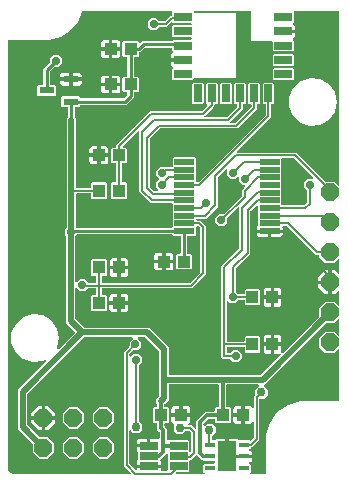
<source format=gbr>
G04 EAGLE Gerber RS-274X export*
G75*
%MOMM*%
%FSLAX34Y34*%
%LPD*%
%INBottom Copper*%
%IPPOS*%
%AMOC8*
5,1,8,0,0,1.08239X$1,22.5*%
G01*
%ADD10R,1.100000X1.000000*%
%ADD11R,1.000000X1.100000*%
%ADD12R,0.850000X0.450000*%
%ADD13R,1.600000X2.500000*%
%ADD14R,1.702000X0.475200*%
%ADD15R,1.298200X0.597100*%
%ADD16R,1.542000X0.658700*%
%ADD17P,1.649562X8X112.500000*%
%ADD18P,1.649562X8X22.500000*%
%ADD19R,1.500000X0.700000*%
%ADD20R,0.700000X1.500000*%
%ADD21C,0.706400*%
%ADD22C,0.254000*%
%ADD23C,0.508000*%
%ADD24C,0.304800*%
%ADD25C,0.152400*%
%ADD26C,0.756400*%

G36*
X107760Y4822D02*
X107760Y4822D01*
X107832Y4824D01*
X107881Y4842D01*
X107932Y4850D01*
X107996Y4884D01*
X108063Y4909D01*
X108104Y4941D01*
X108150Y4966D01*
X108199Y5018D01*
X108255Y5062D01*
X108283Y5106D01*
X108319Y5144D01*
X108349Y5209D01*
X108388Y5269D01*
X108401Y5320D01*
X108423Y5367D01*
X108431Y5438D01*
X108448Y5508D01*
X108444Y5560D01*
X108450Y5611D01*
X108435Y5682D01*
X108429Y5753D01*
X108409Y5801D01*
X108398Y5852D01*
X108361Y5913D01*
X108333Y5979D01*
X108288Y6035D01*
X108271Y6063D01*
X108254Y6078D01*
X108228Y6110D01*
X104276Y10062D01*
X102713Y11625D01*
X102713Y108447D01*
X107220Y112954D01*
X107273Y113028D01*
X107333Y113098D01*
X107345Y113128D01*
X107364Y113154D01*
X107391Y113241D01*
X107425Y113326D01*
X107429Y113367D01*
X107436Y113389D01*
X107435Y113421D01*
X107443Y113493D01*
X107443Y117095D01*
X109984Y119636D01*
X110026Y119694D01*
X110076Y119746D01*
X110098Y119793D01*
X110128Y119835D01*
X110149Y119904D01*
X110179Y119969D01*
X110185Y120021D01*
X110200Y120071D01*
X110198Y120142D01*
X110206Y120213D01*
X110195Y120264D01*
X110194Y120316D01*
X110169Y120384D01*
X110154Y120454D01*
X110127Y120499D01*
X110110Y120547D01*
X110065Y120603D01*
X110028Y120665D01*
X109988Y120699D01*
X109956Y120739D01*
X109896Y120778D01*
X109841Y120825D01*
X109793Y120844D01*
X109749Y120872D01*
X109679Y120890D01*
X109613Y120917D01*
X109542Y120925D01*
X109510Y120933D01*
X109487Y120931D01*
X109446Y120935D01*
X68999Y120935D01*
X68909Y120921D01*
X68818Y120913D01*
X68788Y120901D01*
X68756Y120896D01*
X68676Y120853D01*
X68592Y120817D01*
X68560Y120791D01*
X68539Y120780D01*
X68517Y120757D01*
X68461Y120712D01*
X21288Y73539D01*
X21235Y73465D01*
X21175Y73396D01*
X21163Y73366D01*
X21144Y73340D01*
X21117Y73253D01*
X21083Y73168D01*
X21079Y73127D01*
X21072Y73104D01*
X21073Y73072D01*
X21065Y73001D01*
X21065Y46899D01*
X21079Y46809D01*
X21087Y46718D01*
X21099Y46688D01*
X21104Y46656D01*
X21147Y46576D01*
X21183Y46492D01*
X21209Y46460D01*
X21220Y46439D01*
X21243Y46417D01*
X21288Y46361D01*
X30981Y36668D01*
X31055Y36615D01*
X31124Y36555D01*
X31154Y36543D01*
X31180Y36524D01*
X31267Y36497D01*
X31352Y36463D01*
X31393Y36459D01*
X31415Y36452D01*
X31448Y36453D01*
X31519Y36445D01*
X38388Y36445D01*
X43745Y31088D01*
X43745Y23512D01*
X38388Y18155D01*
X30812Y18155D01*
X25455Y23512D01*
X25455Y30381D01*
X25441Y30471D01*
X25433Y30562D01*
X25421Y30592D01*
X25416Y30624D01*
X25373Y30704D01*
X25337Y30788D01*
X25311Y30820D01*
X25300Y30841D01*
X25277Y30863D01*
X25232Y30919D01*
X15539Y40612D01*
X12935Y43216D01*
X12935Y76684D01*
X36699Y100447D01*
X36713Y100467D01*
X36731Y100482D01*
X36784Y100566D01*
X36842Y100647D01*
X36849Y100670D01*
X36862Y100690D01*
X36885Y100787D01*
X36915Y100882D01*
X36914Y100906D01*
X36920Y100929D01*
X36911Y101028D01*
X36908Y101128D01*
X36900Y101150D01*
X36898Y101174D01*
X36858Y101265D01*
X36824Y101359D01*
X36809Y101378D01*
X36799Y101400D01*
X36732Y101473D01*
X36670Y101551D01*
X36650Y101564D01*
X36634Y101582D01*
X36547Y101630D01*
X36463Y101684D01*
X36440Y101690D01*
X36419Y101701D01*
X36321Y101720D01*
X36225Y101744D01*
X36201Y101742D01*
X36177Y101746D01*
X36078Y101733D01*
X35979Y101725D01*
X35957Y101715D01*
X35933Y101712D01*
X35780Y101645D01*
X33830Y100519D01*
X25359Y99628D01*
X17258Y102261D01*
X10928Y107960D01*
X7464Y115741D01*
X7464Y124259D01*
X10928Y132040D01*
X17258Y137739D01*
X25359Y140372D01*
X33830Y139481D01*
X41206Y135222D01*
X46213Y128331D01*
X47984Y120000D01*
X46286Y112014D01*
X46285Y111986D01*
X46277Y111959D01*
X46279Y111864D01*
X46275Y111768D01*
X46282Y111741D01*
X46283Y111713D01*
X46316Y111624D01*
X46342Y111532D01*
X46358Y111509D01*
X46368Y111482D01*
X46427Y111408D01*
X46481Y111329D01*
X46504Y111312D01*
X46521Y111290D01*
X46602Y111239D01*
X46678Y111181D01*
X46704Y111173D01*
X46728Y111157D01*
X46821Y111134D01*
X46911Y111104D01*
X46939Y111104D01*
X46967Y111097D01*
X47062Y111105D01*
X47157Y111105D01*
X47184Y111114D01*
X47212Y111116D01*
X47300Y111154D01*
X47390Y111185D01*
X47412Y111202D01*
X47438Y111213D01*
X47569Y111318D01*
X60963Y124712D01*
X60975Y124728D01*
X60991Y124740D01*
X61047Y124828D01*
X61107Y124911D01*
X61113Y124930D01*
X61124Y124947D01*
X61149Y125048D01*
X61179Y125147D01*
X61179Y125166D01*
X61184Y125186D01*
X61176Y125289D01*
X61173Y125392D01*
X61166Y125411D01*
X61164Y125431D01*
X61124Y125526D01*
X61088Y125623D01*
X61076Y125639D01*
X61068Y125657D01*
X60963Y125788D01*
X53435Y133316D01*
X53435Y206598D01*
X53421Y206688D01*
X53413Y206779D01*
X53401Y206809D01*
X53396Y206841D01*
X53353Y206922D01*
X53317Y207005D01*
X53291Y207038D01*
X53280Y207058D01*
X53257Y207080D01*
X53212Y207136D01*
X52443Y207905D01*
X52443Y212095D01*
X53978Y213630D01*
X54022Y213691D01*
X54056Y213726D01*
X54062Y213739D01*
X54091Y213773D01*
X54103Y213803D01*
X54122Y213829D01*
X54149Y213916D01*
X54183Y214001D01*
X54187Y214042D01*
X54194Y214064D01*
X54193Y214097D01*
X54201Y214168D01*
X54201Y306684D01*
X55248Y307731D01*
X55301Y307805D01*
X55361Y307874D01*
X55373Y307904D01*
X55392Y307930D01*
X55419Y308017D01*
X55453Y308102D01*
X55457Y308143D01*
X55464Y308166D01*
X55463Y308198D01*
X55471Y308269D01*
X55471Y315229D01*
X55468Y315248D01*
X55470Y315268D01*
X55448Y315369D01*
X55432Y315471D01*
X55422Y315489D01*
X55418Y315508D01*
X55365Y315597D01*
X55316Y315689D01*
X55302Y315702D01*
X55292Y315719D01*
X55213Y315787D01*
X55138Y315858D01*
X55120Y315866D01*
X55105Y315879D01*
X55009Y315918D01*
X54915Y315962D01*
X54895Y315964D01*
X54877Y315971D01*
X54710Y315990D01*
X50643Y315990D01*
X49750Y316883D01*
X49750Y324117D01*
X50643Y325010D01*
X64889Y325010D01*
X65782Y324117D01*
X65782Y324056D01*
X65785Y324036D01*
X65783Y324017D01*
X65805Y323915D01*
X65821Y323813D01*
X65831Y323796D01*
X65835Y323776D01*
X65888Y323687D01*
X65937Y323596D01*
X65951Y323582D01*
X65961Y323565D01*
X66040Y323498D01*
X66115Y323426D01*
X66133Y323418D01*
X66148Y323405D01*
X66244Y323366D01*
X66338Y323323D01*
X66358Y323321D01*
X66376Y323313D01*
X66543Y323295D01*
X102027Y323295D01*
X102117Y323309D01*
X102208Y323317D01*
X102238Y323329D01*
X102270Y323334D01*
X102350Y323377D01*
X102434Y323413D01*
X102466Y323439D01*
X102487Y323450D01*
X102509Y323473D01*
X102565Y323518D01*
X105482Y326435D01*
X105535Y326509D01*
X105595Y326578D01*
X105607Y326608D01*
X105626Y326634D01*
X105653Y326721D01*
X105687Y326806D01*
X105691Y326847D01*
X105698Y326869D01*
X105697Y326902D01*
X105705Y326973D01*
X105705Y327714D01*
X105702Y327734D01*
X105704Y327753D01*
X105682Y327855D01*
X105666Y327957D01*
X105656Y327974D01*
X105652Y327994D01*
X105599Y328083D01*
X105550Y328174D01*
X105536Y328188D01*
X105526Y328205D01*
X105447Y328272D01*
X105372Y328344D01*
X105354Y328352D01*
X105339Y328365D01*
X105243Y328404D01*
X105149Y328447D01*
X105129Y328449D01*
X105111Y328457D01*
X104944Y328475D01*
X102368Y328475D01*
X101475Y329368D01*
X101475Y340632D01*
X102368Y341525D01*
X104944Y341525D01*
X104964Y341528D01*
X104983Y341526D01*
X105085Y341548D01*
X105187Y341564D01*
X105204Y341574D01*
X105224Y341578D01*
X105313Y341631D01*
X105404Y341680D01*
X105418Y341694D01*
X105435Y341704D01*
X105502Y341783D01*
X105574Y341858D01*
X105582Y341876D01*
X105595Y341891D01*
X105634Y341987D01*
X105677Y342081D01*
X105679Y342101D01*
X105687Y342119D01*
X105705Y342286D01*
X105705Y357714D01*
X105702Y357734D01*
X105704Y357753D01*
X105682Y357855D01*
X105666Y357957D01*
X105656Y357974D01*
X105652Y357994D01*
X105599Y358083D01*
X105550Y358174D01*
X105536Y358188D01*
X105526Y358205D01*
X105447Y358272D01*
X105372Y358344D01*
X105354Y358352D01*
X105339Y358365D01*
X105243Y358404D01*
X105149Y358447D01*
X105129Y358449D01*
X105111Y358457D01*
X104944Y358475D01*
X102368Y358475D01*
X101475Y359368D01*
X101475Y370632D01*
X102368Y371525D01*
X114632Y371525D01*
X115561Y370596D01*
X115564Y370572D01*
X115598Y370509D01*
X115623Y370441D01*
X115655Y370401D01*
X115680Y370355D01*
X115732Y370305D01*
X115776Y370249D01*
X115820Y370221D01*
X115858Y370185D01*
X115923Y370155D01*
X115983Y370116D01*
X116034Y370104D01*
X116081Y370082D01*
X116152Y370074D01*
X116222Y370056D01*
X116274Y370060D01*
X116325Y370055D01*
X116396Y370070D01*
X116467Y370075D01*
X116515Y370096D01*
X116566Y370107D01*
X116627Y370144D01*
X116693Y370172D01*
X116749Y370217D01*
X116777Y370233D01*
X116792Y370251D01*
X116824Y370277D01*
X118342Y371795D01*
X143023Y371795D01*
X143113Y371809D01*
X143204Y371817D01*
X143234Y371829D01*
X143266Y371834D01*
X143347Y371877D01*
X143430Y371913D01*
X143463Y371939D01*
X143483Y371950D01*
X143505Y371973D01*
X143561Y372018D01*
X144468Y372925D01*
X159338Y372925D01*
X159358Y372928D01*
X159377Y372926D01*
X159479Y372948D01*
X159581Y372964D01*
X159598Y372974D01*
X159618Y372978D01*
X159707Y373031D01*
X159798Y373080D01*
X159812Y373094D01*
X159829Y373104D01*
X159896Y373183D01*
X159968Y373258D01*
X159976Y373276D01*
X159989Y373291D01*
X160028Y373387D01*
X160071Y373481D01*
X160073Y373501D01*
X160081Y373519D01*
X160099Y373686D01*
X160099Y374114D01*
X160096Y374134D01*
X160098Y374153D01*
X160076Y374255D01*
X160060Y374357D01*
X160050Y374374D01*
X160046Y374394D01*
X159993Y374483D01*
X159944Y374574D01*
X159930Y374588D01*
X159920Y374605D01*
X159841Y374672D01*
X159766Y374744D01*
X159748Y374752D01*
X159733Y374765D01*
X159637Y374804D01*
X159543Y374847D01*
X159523Y374849D01*
X159505Y374857D01*
X159338Y374875D01*
X144468Y374875D01*
X143575Y375768D01*
X143575Y384032D01*
X144468Y384925D01*
X159338Y384925D01*
X159358Y384928D01*
X159377Y384926D01*
X159479Y384948D01*
X159581Y384964D01*
X159598Y384974D01*
X159618Y384978D01*
X159707Y385031D01*
X159798Y385080D01*
X159812Y385094D01*
X159829Y385104D01*
X159896Y385183D01*
X159968Y385258D01*
X159976Y385276D01*
X159989Y385291D01*
X160028Y385387D01*
X160071Y385481D01*
X160073Y385501D01*
X160081Y385519D01*
X160099Y385686D01*
X160099Y386114D01*
X160096Y386134D01*
X160098Y386153D01*
X160076Y386255D01*
X160060Y386357D01*
X160050Y386374D01*
X160046Y386394D01*
X159993Y386483D01*
X159944Y386574D01*
X159930Y386588D01*
X159920Y386605D01*
X159841Y386672D01*
X159766Y386744D01*
X159748Y386752D01*
X159733Y386765D01*
X159637Y386804D01*
X159543Y386847D01*
X159523Y386849D01*
X159505Y386857D01*
X159338Y386875D01*
X144468Y386875D01*
X143827Y387517D01*
X143811Y387528D01*
X143798Y387544D01*
X143725Y387591D01*
X143704Y387609D01*
X143692Y387614D01*
X143627Y387660D01*
X143608Y387666D01*
X143592Y387677D01*
X143491Y387702D01*
X143392Y387733D01*
X143372Y387732D01*
X143353Y387737D01*
X143250Y387729D01*
X143146Y387726D01*
X143128Y387719D01*
X143108Y387718D01*
X143013Y387677D01*
X142915Y387642D01*
X142900Y387629D01*
X142881Y387621D01*
X142814Y387568D01*
X142809Y387565D01*
X142802Y387558D01*
X142751Y387517D01*
X138947Y383713D01*
X133180Y383713D01*
X133090Y383699D01*
X132999Y383691D01*
X132969Y383679D01*
X132937Y383674D01*
X132856Y383631D01*
X132773Y383595D01*
X132740Y383569D01*
X132720Y383558D01*
X132698Y383535D01*
X132642Y383490D01*
X130095Y380943D01*
X125905Y380943D01*
X122943Y383905D01*
X122943Y388095D01*
X125905Y391057D01*
X130095Y391057D01*
X132642Y388510D01*
X132716Y388457D01*
X132785Y388397D01*
X132815Y388385D01*
X132841Y388366D01*
X132928Y388339D01*
X133013Y388305D01*
X133054Y388301D01*
X133076Y388294D01*
X133109Y388295D01*
X133180Y388287D01*
X136737Y388287D01*
X136828Y388301D01*
X136918Y388309D01*
X136948Y388321D01*
X136980Y388326D01*
X137061Y388369D01*
X137145Y388405D01*
X137177Y388431D01*
X137198Y388442D01*
X137220Y388465D01*
X137276Y388510D01*
X142053Y393287D01*
X142814Y393287D01*
X142834Y393290D01*
X142853Y393288D01*
X142955Y393310D01*
X143057Y393326D01*
X143074Y393336D01*
X143094Y393340D01*
X143183Y393393D01*
X143274Y393442D01*
X143288Y393456D01*
X143305Y393466D01*
X143372Y393545D01*
X143444Y393620D01*
X143452Y393638D01*
X143465Y393653D01*
X143504Y393749D01*
X143547Y393843D01*
X143549Y393863D01*
X143557Y393881D01*
X143575Y394048D01*
X143575Y396087D01*
X143577Y396089D01*
X143598Y396158D01*
X143628Y396223D01*
X143634Y396275D01*
X143649Y396324D01*
X143647Y396396D01*
X143655Y396467D01*
X143644Y396518D01*
X143643Y396570D01*
X143618Y396638D01*
X143603Y396708D01*
X143576Y396752D01*
X143559Y396801D01*
X143514Y396857D01*
X143477Y396919D01*
X143437Y396953D01*
X143405Y396993D01*
X143345Y397032D01*
X143290Y397079D01*
X143242Y397098D01*
X143198Y397126D01*
X143129Y397144D01*
X143062Y397171D01*
X142991Y397179D01*
X142960Y397187D01*
X142936Y397185D01*
X142895Y397189D01*
X67676Y397189D01*
X67674Y397189D01*
X67673Y397189D01*
X67552Y397169D01*
X67433Y397150D01*
X67432Y397149D01*
X67430Y397148D01*
X67322Y397091D01*
X67216Y397034D01*
X67215Y397033D01*
X67213Y397032D01*
X67129Y396943D01*
X67047Y396856D01*
X67046Y396854D01*
X67045Y396853D01*
X66967Y396705D01*
X63471Y387738D01*
X57280Y380175D01*
X49055Y374896D01*
X39602Y372416D01*
X34883Y372688D01*
X34867Y372686D01*
X34839Y372689D01*
X5572Y372689D01*
X5552Y372686D01*
X5533Y372688D01*
X5431Y372666D01*
X5329Y372650D01*
X5312Y372640D01*
X5292Y372636D01*
X5203Y372583D01*
X5112Y372534D01*
X5098Y372520D01*
X5081Y372510D01*
X5014Y372431D01*
X4942Y372356D01*
X4934Y372338D01*
X4921Y372323D01*
X4882Y372227D01*
X4839Y372133D01*
X4837Y372113D01*
X4829Y372095D01*
X4811Y371928D01*
X4811Y10000D01*
X4815Y9974D01*
X4814Y9925D01*
X4899Y9062D01*
X4907Y9034D01*
X4907Y9006D01*
X4954Y8845D01*
X5615Y7249D01*
X5650Y7193D01*
X5675Y7133D01*
X5727Y7068D01*
X5745Y7040D01*
X5760Y7027D01*
X5780Y7002D01*
X7002Y5780D01*
X7055Y5742D01*
X7102Y5696D01*
X7175Y5656D01*
X7201Y5636D01*
X7220Y5631D01*
X7249Y5615D01*
X8845Y4954D01*
X8872Y4947D01*
X8897Y4934D01*
X9061Y4899D01*
X9925Y4814D01*
X9952Y4816D01*
X10000Y4811D01*
X107690Y4811D01*
X107760Y4822D01*
G37*
G36*
X143195Y213548D02*
X143195Y213548D01*
X143214Y213546D01*
X143316Y213568D01*
X143418Y213584D01*
X143435Y213594D01*
X143455Y213598D01*
X143544Y213651D01*
X143635Y213700D01*
X143649Y213714D01*
X143666Y213724D01*
X143733Y213803D01*
X143805Y213878D01*
X143813Y213896D01*
X143826Y213911D01*
X143865Y214007D01*
X143908Y214101D01*
X143910Y214121D01*
X143918Y214139D01*
X143936Y214306D01*
X143936Y233702D01*
X143933Y233722D01*
X143935Y233741D01*
X143913Y233843D01*
X143897Y233945D01*
X143887Y233962D01*
X143883Y233982D01*
X143830Y234071D01*
X143781Y234162D01*
X143767Y234176D01*
X143757Y234193D01*
X143678Y234260D01*
X143603Y234332D01*
X143585Y234340D01*
X143570Y234353D01*
X143474Y234392D01*
X143380Y234435D01*
X143360Y234437D01*
X143342Y234445D01*
X143175Y234463D01*
X125405Y234463D01*
X115888Y243980D01*
X115888Y294817D01*
X115877Y294887D01*
X115875Y294959D01*
X115857Y295008D01*
X115849Y295059D01*
X115815Y295123D01*
X115790Y295190D01*
X115758Y295231D01*
X115733Y295277D01*
X115682Y295326D01*
X115637Y295382D01*
X115593Y295410D01*
X115555Y295446D01*
X115490Y295476D01*
X115430Y295515D01*
X115379Y295528D01*
X115332Y295550D01*
X115261Y295558D01*
X115191Y295575D01*
X115139Y295571D01*
X115088Y295577D01*
X115017Y295562D01*
X114946Y295556D01*
X114898Y295536D01*
X114847Y295525D01*
X114786Y295488D01*
X114720Y295460D01*
X114664Y295415D01*
X114636Y295398D01*
X114621Y295381D01*
X114589Y295355D01*
X102058Y282824D01*
X102016Y282766D01*
X101967Y282714D01*
X101945Y282667D01*
X101915Y282625D01*
X101894Y282556D01*
X101863Y282491D01*
X101858Y282439D01*
X101842Y282389D01*
X101844Y282318D01*
X101836Y282247D01*
X101847Y282196D01*
X101849Y282144D01*
X101873Y282076D01*
X101888Y282006D01*
X101915Y281962D01*
X101933Y281913D01*
X101978Y281857D01*
X102015Y281795D01*
X102054Y281761D01*
X102087Y281721D01*
X102147Y281682D01*
X102202Y281635D01*
X102250Y281616D01*
X102294Y281588D01*
X102363Y281570D01*
X102430Y281543D01*
X102501Y281535D01*
X102532Y281527D01*
X102556Y281529D01*
X102596Y281525D01*
X104632Y281525D01*
X105525Y280632D01*
X105525Y269368D01*
X104632Y268475D01*
X101548Y268475D01*
X101528Y268472D01*
X101509Y268474D01*
X101407Y268452D01*
X101305Y268436D01*
X101288Y268426D01*
X101268Y268422D01*
X101179Y268369D01*
X101088Y268320D01*
X101074Y268306D01*
X101057Y268296D01*
X100990Y268217D01*
X100918Y268142D01*
X100910Y268124D01*
X100897Y268109D01*
X100858Y268013D01*
X100815Y267919D01*
X100813Y267899D01*
X100805Y267881D01*
X100787Y267714D01*
X100787Y252786D01*
X100790Y252766D01*
X100788Y252747D01*
X100810Y252645D01*
X100826Y252543D01*
X100836Y252526D01*
X100840Y252506D01*
X100893Y252417D01*
X100942Y252326D01*
X100956Y252312D01*
X100966Y252295D01*
X101045Y252228D01*
X101120Y252156D01*
X101138Y252148D01*
X101153Y252135D01*
X101249Y252096D01*
X101343Y252053D01*
X101363Y252051D01*
X101381Y252043D01*
X101548Y252025D01*
X104132Y252025D01*
X105025Y251132D01*
X105025Y238868D01*
X104132Y237975D01*
X92868Y237975D01*
X91975Y238868D01*
X91975Y251132D01*
X92868Y252025D01*
X95452Y252025D01*
X95472Y252028D01*
X95491Y252026D01*
X95593Y252048D01*
X95695Y252064D01*
X95712Y252074D01*
X95732Y252078D01*
X95821Y252131D01*
X95912Y252180D01*
X95926Y252194D01*
X95943Y252204D01*
X96010Y252283D01*
X96082Y252358D01*
X96090Y252376D01*
X96103Y252391D01*
X96142Y252487D01*
X96185Y252581D01*
X96187Y252601D01*
X96195Y252619D01*
X96213Y252786D01*
X96213Y267714D01*
X96210Y267734D01*
X96212Y267753D01*
X96190Y267855D01*
X96174Y267957D01*
X96164Y267974D01*
X96160Y267994D01*
X96107Y268083D01*
X96058Y268174D01*
X96044Y268188D01*
X96034Y268205D01*
X95955Y268272D01*
X95880Y268344D01*
X95862Y268352D01*
X95847Y268365D01*
X95751Y268404D01*
X95657Y268447D01*
X95637Y268449D01*
X95619Y268457D01*
X95452Y268475D01*
X92368Y268475D01*
X91475Y269368D01*
X91475Y280632D01*
X92368Y281525D01*
X95452Y281525D01*
X95472Y281528D01*
X95491Y281526D01*
X95593Y281548D01*
X95695Y281564D01*
X95712Y281574D01*
X95732Y281578D01*
X95821Y281631D01*
X95912Y281680D01*
X95926Y281694D01*
X95943Y281704D01*
X96010Y281783D01*
X96082Y281858D01*
X96090Y281876D01*
X96103Y281891D01*
X96142Y281987D01*
X96185Y282081D01*
X96187Y282101D01*
X96195Y282119D01*
X96213Y282286D01*
X96213Y283447D01*
X125053Y312287D01*
X168237Y312287D01*
X168328Y312301D01*
X168418Y312309D01*
X168448Y312321D01*
X168480Y312326D01*
X168561Y312369D01*
X168645Y312405D01*
X168677Y312431D01*
X168698Y312442D01*
X168720Y312465D01*
X168776Y312510D01*
X173342Y317076D01*
X173384Y317134D01*
X173433Y317186D01*
X173455Y317233D01*
X173485Y317275D01*
X173506Y317344D01*
X173537Y317409D01*
X173542Y317461D01*
X173558Y317511D01*
X173556Y317582D01*
X173564Y317653D01*
X173553Y317704D01*
X173551Y317756D01*
X173527Y317824D01*
X173512Y317894D01*
X173485Y317939D01*
X173467Y317987D01*
X173422Y318043D01*
X173385Y318105D01*
X173346Y318139D01*
X173313Y318179D01*
X173253Y318218D01*
X173198Y318265D01*
X173150Y318284D01*
X173106Y318312D01*
X173037Y318330D01*
X172998Y318346D01*
X172075Y319268D01*
X172075Y335532D01*
X172968Y336425D01*
X181232Y336425D01*
X182125Y335532D01*
X182125Y319268D01*
X181232Y318375D01*
X180148Y318375D01*
X180128Y318372D01*
X180109Y318374D01*
X180007Y318352D01*
X179905Y318336D01*
X179888Y318326D01*
X179868Y318322D01*
X179779Y318269D01*
X179688Y318220D01*
X179674Y318206D01*
X179657Y318196D01*
X179590Y318117D01*
X179518Y318042D01*
X179510Y318024D01*
X179497Y318009D01*
X179458Y317913D01*
X179415Y317819D01*
X179413Y317799D01*
X179405Y317781D01*
X179387Y317614D01*
X179387Y316653D01*
X177824Y315090D01*
X171109Y308375D01*
X171067Y308316D01*
X171017Y308264D01*
X170995Y308217D01*
X170965Y308175D01*
X170944Y308106D01*
X170914Y308041D01*
X170908Y307990D01*
X170893Y307940D01*
X170894Y307868D01*
X170887Y307797D01*
X170898Y307746D01*
X170899Y307694D01*
X170924Y307627D01*
X170939Y307557D01*
X170966Y307512D01*
X170983Y307463D01*
X171028Y307407D01*
X171065Y307345D01*
X171105Y307312D01*
X171137Y307271D01*
X171197Y307232D01*
X171252Y307185D01*
X171300Y307166D01*
X171344Y307138D01*
X171414Y307120D01*
X171480Y307094D01*
X171551Y307086D01*
X171583Y307078D01*
X171606Y307080D01*
X171647Y307075D01*
X189459Y307075D01*
X189549Y307090D01*
X189640Y307097D01*
X189670Y307110D01*
X189702Y307115D01*
X189782Y307158D01*
X189866Y307193D01*
X189898Y307219D01*
X189919Y307230D01*
X189941Y307253D01*
X189997Y307298D01*
X198590Y315891D01*
X198643Y315965D01*
X198703Y316035D01*
X198715Y316065D01*
X198734Y316091D01*
X198761Y316178D01*
X198795Y316263D01*
X198799Y316304D01*
X198806Y316326D01*
X198805Y316358D01*
X198813Y316429D01*
X198813Y317614D01*
X198810Y317634D01*
X198812Y317653D01*
X198790Y317755D01*
X198774Y317857D01*
X198764Y317874D01*
X198760Y317894D01*
X198707Y317983D01*
X198658Y318074D01*
X198644Y318088D01*
X198634Y318105D01*
X198555Y318172D01*
X198480Y318244D01*
X198462Y318252D01*
X198447Y318265D01*
X198351Y318304D01*
X198257Y318347D01*
X198237Y318349D01*
X198219Y318357D01*
X198052Y318375D01*
X196968Y318375D01*
X196075Y319268D01*
X196075Y335532D01*
X196968Y336425D01*
X205232Y336425D01*
X206125Y335532D01*
X206125Y319268D01*
X205232Y318375D01*
X204148Y318375D01*
X204128Y318372D01*
X204109Y318374D01*
X204007Y318352D01*
X203905Y318336D01*
X203888Y318326D01*
X203868Y318322D01*
X203779Y318269D01*
X203688Y318220D01*
X203674Y318206D01*
X203657Y318196D01*
X203590Y318117D01*
X203518Y318042D01*
X203510Y318024D01*
X203497Y318009D01*
X203458Y317913D01*
X203415Y317819D01*
X203413Y317799D01*
X203405Y317781D01*
X203387Y317614D01*
X203387Y314220D01*
X201824Y312657D01*
X192753Y303586D01*
X192711Y303528D01*
X192662Y303476D01*
X192640Y303429D01*
X192610Y303387D01*
X192589Y303318D01*
X192558Y303253D01*
X192553Y303201D01*
X192537Y303151D01*
X192539Y303080D01*
X192531Y303009D01*
X192542Y302958D01*
X192544Y302906D01*
X192568Y302838D01*
X192584Y302768D01*
X192610Y302723D01*
X192628Y302675D01*
X192673Y302619D01*
X192710Y302557D01*
X192749Y302523D01*
X192782Y302483D01*
X192842Y302444D01*
X192897Y302397D01*
X192945Y302378D01*
X192989Y302350D01*
X193058Y302332D01*
X193125Y302305D01*
X193196Y302297D01*
X193227Y302289D01*
X193251Y302291D01*
X193292Y302287D01*
X196737Y302287D01*
X196828Y302301D01*
X196918Y302309D01*
X196948Y302321D01*
X196980Y302326D01*
X197061Y302369D01*
X197145Y302405D01*
X197177Y302431D01*
X197198Y302442D01*
X197220Y302465D01*
X197276Y302510D01*
X210590Y315824D01*
X210643Y315898D01*
X210703Y315968D01*
X210715Y315998D01*
X210734Y316024D01*
X210761Y316111D01*
X210795Y316196D01*
X210799Y316237D01*
X210806Y316259D01*
X210805Y316291D01*
X210813Y316363D01*
X210813Y317614D01*
X210810Y317634D01*
X210812Y317653D01*
X210790Y317755D01*
X210774Y317857D01*
X210764Y317874D01*
X210760Y317894D01*
X210707Y317983D01*
X210658Y318074D01*
X210644Y318088D01*
X210634Y318105D01*
X210555Y318172D01*
X210480Y318244D01*
X210462Y318252D01*
X210447Y318265D01*
X210351Y318304D01*
X210257Y318347D01*
X210237Y318349D01*
X210219Y318357D01*
X210052Y318375D01*
X208968Y318375D01*
X208075Y319268D01*
X208075Y335532D01*
X208968Y336425D01*
X217232Y336425D01*
X218125Y335532D01*
X218125Y319268D01*
X217232Y318375D01*
X216148Y318375D01*
X216128Y318372D01*
X216109Y318374D01*
X216007Y318352D01*
X215905Y318336D01*
X215888Y318326D01*
X215868Y318322D01*
X215779Y318269D01*
X215688Y318220D01*
X215674Y318206D01*
X215657Y318196D01*
X215590Y318117D01*
X215518Y318042D01*
X215510Y318024D01*
X215497Y318009D01*
X215458Y317913D01*
X215415Y317819D01*
X215413Y317799D01*
X215405Y317781D01*
X215387Y317614D01*
X215387Y314153D01*
X198947Y297713D01*
X133763Y297713D01*
X133672Y297699D01*
X133582Y297691D01*
X133552Y297679D01*
X133520Y297674D01*
X133439Y297631D01*
X133355Y297595D01*
X133323Y297569D01*
X133302Y297558D01*
X133280Y297535D01*
X133224Y297490D01*
X125010Y289276D01*
X124965Y289213D01*
X124938Y289185D01*
X124933Y289174D01*
X124897Y289132D01*
X124885Y289102D01*
X124866Y289076D01*
X124839Y288989D01*
X124805Y288904D01*
X124801Y288863D01*
X124794Y288841D01*
X124795Y288809D01*
X124787Y288737D01*
X124787Y248763D01*
X124801Y248672D01*
X124809Y248582D01*
X124821Y248552D01*
X124826Y248520D01*
X124869Y248439D01*
X124905Y248355D01*
X124931Y248323D01*
X124942Y248302D01*
X124965Y248280D01*
X125010Y248224D01*
X128224Y245010D01*
X128298Y244957D01*
X128368Y244897D01*
X128398Y244885D01*
X128424Y244866D01*
X128511Y244839D01*
X128596Y244805D01*
X128637Y244801D01*
X128659Y244794D01*
X128691Y244795D01*
X128763Y244787D01*
X131224Y244787D01*
X131295Y244798D01*
X131367Y244800D01*
X131416Y244818D01*
X131467Y244826D01*
X131530Y244860D01*
X131598Y244885D01*
X131638Y244917D01*
X131684Y244942D01*
X131734Y244994D01*
X131790Y245038D01*
X131818Y245082D01*
X131854Y245120D01*
X131884Y245185D01*
X131923Y245245D01*
X131935Y245296D01*
X131957Y245343D01*
X131965Y245414D01*
X131983Y245484D01*
X131979Y245536D01*
X131984Y245587D01*
X131969Y245658D01*
X131964Y245729D01*
X131943Y245777D01*
X131932Y245828D01*
X131895Y245889D01*
X131867Y245955D01*
X131822Y246011D01*
X131806Y246039D01*
X131788Y246054D01*
X131762Y246086D01*
X129943Y247905D01*
X129943Y252095D01*
X132310Y254462D01*
X132322Y254478D01*
X132338Y254490D01*
X132394Y254578D01*
X132454Y254661D01*
X132460Y254680D01*
X132471Y254697D01*
X132496Y254798D01*
X132526Y254897D01*
X132526Y254916D01*
X132531Y254936D01*
X132523Y255039D01*
X132520Y255142D01*
X132513Y255161D01*
X132512Y255181D01*
X132471Y255276D01*
X132436Y255373D01*
X132423Y255389D01*
X132415Y255407D01*
X132310Y255538D01*
X129943Y257905D01*
X129943Y262095D01*
X132905Y265057D01*
X137259Y265057D01*
X137263Y265055D01*
X137304Y265051D01*
X137326Y265044D01*
X137359Y265045D01*
X137430Y265037D01*
X143175Y265037D01*
X143195Y265040D01*
X143214Y265038D01*
X143316Y265060D01*
X143418Y265076D01*
X143435Y265086D01*
X143455Y265090D01*
X143544Y265143D01*
X143635Y265192D01*
X143649Y265206D01*
X143666Y265216D01*
X143733Y265295D01*
X143805Y265370D01*
X143813Y265388D01*
X143826Y265403D01*
X143865Y265499D01*
X143908Y265593D01*
X143910Y265613D01*
X143918Y265631D01*
X143936Y265798D01*
X143936Y272258D01*
X144829Y273151D01*
X163113Y273151D01*
X164006Y272258D01*
X164006Y252798D01*
X164009Y252778D01*
X164007Y252759D01*
X164029Y252657D01*
X164045Y252555D01*
X164055Y252538D01*
X164059Y252518D01*
X164112Y252429D01*
X164161Y252338D01*
X164175Y252324D01*
X164185Y252307D01*
X164264Y252240D01*
X164339Y252168D01*
X164357Y252160D01*
X164372Y252147D01*
X164468Y252108D01*
X164562Y252065D01*
X164582Y252063D01*
X164600Y252055D01*
X164767Y252037D01*
X165328Y252037D01*
X165418Y252051D01*
X165509Y252059D01*
X165538Y252071D01*
X165570Y252076D01*
X165651Y252119D01*
X165735Y252155D01*
X165767Y252181D01*
X165788Y252192D01*
X165810Y252215D01*
X165866Y252260D01*
X222590Y308984D01*
X222643Y309058D01*
X222703Y309128D01*
X222715Y309158D01*
X222734Y309184D01*
X222761Y309271D01*
X222795Y309356D01*
X222799Y309397D01*
X222806Y309419D01*
X222805Y309451D01*
X222813Y309522D01*
X222813Y317614D01*
X222810Y317634D01*
X222812Y317653D01*
X222790Y317755D01*
X222774Y317857D01*
X222764Y317874D01*
X222760Y317894D01*
X222707Y317983D01*
X222658Y318074D01*
X222644Y318088D01*
X222634Y318105D01*
X222555Y318172D01*
X222480Y318244D01*
X222462Y318252D01*
X222447Y318265D01*
X222351Y318304D01*
X222257Y318347D01*
X222237Y318349D01*
X222219Y318357D01*
X222052Y318375D01*
X220968Y318375D01*
X220075Y319268D01*
X220075Y335532D01*
X220968Y336425D01*
X229232Y336425D01*
X230125Y335532D01*
X230125Y319268D01*
X229232Y318375D01*
X228148Y318375D01*
X228128Y318372D01*
X228109Y318374D01*
X228007Y318352D01*
X227905Y318336D01*
X227888Y318326D01*
X227868Y318322D01*
X227779Y318269D01*
X227688Y318220D01*
X227674Y318206D01*
X227657Y318196D01*
X227590Y318117D01*
X227518Y318042D01*
X227510Y318024D01*
X227497Y318009D01*
X227458Y317913D01*
X227415Y317819D01*
X227413Y317799D01*
X227405Y317781D01*
X227387Y317614D01*
X227387Y307313D01*
X198660Y278586D01*
X198618Y278528D01*
X198569Y278476D01*
X198547Y278429D01*
X198517Y278387D01*
X198496Y278318D01*
X198465Y278253D01*
X198460Y278201D01*
X198444Y278151D01*
X198446Y278080D01*
X198438Y278009D01*
X198449Y277958D01*
X198451Y277906D01*
X198475Y277838D01*
X198491Y277768D01*
X198517Y277723D01*
X198535Y277675D01*
X198580Y277619D01*
X198617Y277557D01*
X198656Y277523D01*
X198689Y277483D01*
X198749Y277444D01*
X198804Y277397D01*
X198852Y277378D01*
X198896Y277350D01*
X198965Y277332D01*
X199032Y277305D01*
X199103Y277297D01*
X199134Y277289D01*
X199158Y277291D01*
X199199Y277287D01*
X248447Y277287D01*
X272866Y252868D01*
X272940Y252815D01*
X273010Y252755D01*
X273040Y252743D01*
X273066Y252724D01*
X273153Y252697D01*
X273238Y252663D01*
X273279Y252659D01*
X273301Y252652D01*
X273333Y252653D01*
X273404Y252645D01*
X280788Y252645D01*
X283890Y249543D01*
X283948Y249501D01*
X284000Y249452D01*
X284047Y249430D01*
X284089Y249399D01*
X284158Y249378D01*
X284223Y249348D01*
X284275Y249342D01*
X284325Y249327D01*
X284396Y249329D01*
X284467Y249321D01*
X284518Y249332D01*
X284570Y249333D01*
X284638Y249358D01*
X284708Y249373D01*
X284753Y249400D01*
X284801Y249418D01*
X284857Y249463D01*
X284919Y249499D01*
X284953Y249539D01*
X284993Y249571D01*
X285032Y249632D01*
X285079Y249686D01*
X285098Y249735D01*
X285126Y249778D01*
X285144Y249848D01*
X285171Y249914D01*
X285179Y249986D01*
X285187Y250017D01*
X285185Y250040D01*
X285189Y250081D01*
X285189Y396428D01*
X285186Y396448D01*
X285188Y396467D01*
X285166Y396569D01*
X285150Y396671D01*
X285140Y396688D01*
X285136Y396708D01*
X285083Y396797D01*
X285034Y396888D01*
X285020Y396902D01*
X285010Y396919D01*
X284931Y396986D01*
X284856Y397058D01*
X284838Y397066D01*
X284823Y397079D01*
X284727Y397118D01*
X284633Y397161D01*
X284613Y397163D01*
X284595Y397171D01*
X284428Y397189D01*
X247305Y397189D01*
X247234Y397178D01*
X247162Y397176D01*
X247113Y397158D01*
X247062Y397150D01*
X246999Y397116D01*
X246931Y397091D01*
X246891Y397059D01*
X246845Y397034D01*
X246795Y396982D01*
X246739Y396938D01*
X246711Y396894D01*
X246675Y396856D01*
X246645Y396791D01*
X246606Y396731D01*
X246594Y396680D01*
X246572Y396633D01*
X246564Y396562D01*
X246546Y396492D01*
X246550Y396440D01*
X246545Y396389D01*
X246560Y396318D01*
X246565Y396247D01*
X246586Y396199D01*
X246597Y396148D01*
X246625Y396102D01*
X246625Y387768D01*
X245859Y387002D01*
X245790Y386906D01*
X245719Y386810D01*
X245717Y386806D01*
X245715Y386803D01*
X245680Y386690D01*
X245644Y386576D01*
X245644Y386571D01*
X245643Y386567D01*
X245646Y386449D01*
X245648Y386330D01*
X245649Y386326D01*
X245649Y386322D01*
X245690Y386209D01*
X245730Y386098D01*
X245732Y386095D01*
X245734Y386091D01*
X245808Y385997D01*
X245881Y385904D01*
X245885Y385901D01*
X245887Y385899D01*
X245899Y385891D01*
X246016Y385805D01*
X246660Y385433D01*
X247133Y384960D01*
X247468Y384381D01*
X247641Y383734D01*
X247641Y381423D01*
X238362Y381423D01*
X238342Y381420D01*
X238323Y381422D01*
X238221Y381400D01*
X238119Y381383D01*
X238102Y381374D01*
X238082Y381370D01*
X237993Y381317D01*
X237902Y381268D01*
X237888Y381254D01*
X237871Y381244D01*
X237804Y381165D01*
X237733Y381090D01*
X237724Y381072D01*
X237711Y381057D01*
X237672Y380961D01*
X237629Y380867D01*
X237627Y380847D01*
X237619Y380829D01*
X237601Y380662D01*
X237601Y379138D01*
X237604Y379118D01*
X237602Y379099D01*
X237624Y378997D01*
X237641Y378895D01*
X237650Y378878D01*
X237654Y378858D01*
X237707Y378769D01*
X237756Y378678D01*
X237770Y378664D01*
X237780Y378647D01*
X237859Y378580D01*
X237934Y378509D01*
X237952Y378500D01*
X237967Y378487D01*
X238063Y378448D01*
X238157Y378405D01*
X238177Y378403D01*
X238195Y378395D01*
X238362Y378377D01*
X247641Y378377D01*
X247641Y376065D01*
X247468Y375419D01*
X247133Y374840D01*
X246660Y374367D01*
X246016Y373995D01*
X245924Y373920D01*
X245831Y373846D01*
X245829Y373842D01*
X245826Y373839D01*
X245763Y373739D01*
X245698Y373639D01*
X245697Y373635D01*
X245695Y373631D01*
X245668Y373516D01*
X245638Y373400D01*
X245639Y373396D01*
X245638Y373392D01*
X245648Y373273D01*
X245657Y373155D01*
X245659Y373151D01*
X245659Y373147D01*
X245708Y373037D01*
X245754Y372929D01*
X245757Y372925D01*
X245758Y372922D01*
X245768Y372911D01*
X245859Y372798D01*
X246625Y372032D01*
X246625Y363768D01*
X245732Y362875D01*
X229468Y362875D01*
X228575Y363768D01*
X228575Y370638D01*
X228572Y370658D01*
X228574Y370677D01*
X228552Y370779D01*
X228536Y370881D01*
X228526Y370898D01*
X228522Y370918D01*
X228469Y371007D01*
X228420Y371098D01*
X228406Y371112D01*
X228396Y371129D01*
X228317Y371196D01*
X228242Y371268D01*
X228224Y371276D01*
X228209Y371289D01*
X228113Y371328D01*
X228019Y371371D01*
X227999Y371373D01*
X227981Y371381D01*
X227814Y371399D01*
X210600Y371399D01*
X210599Y371400D01*
X210599Y396428D01*
X210596Y396448D01*
X210598Y396467D01*
X210576Y396569D01*
X210560Y396671D01*
X210550Y396688D01*
X210546Y396708D01*
X210493Y396797D01*
X210444Y396888D01*
X210430Y396902D01*
X210420Y396919D01*
X210341Y396986D01*
X210266Y397058D01*
X210248Y397066D01*
X210233Y397079D01*
X210137Y397118D01*
X210043Y397161D01*
X210023Y397163D01*
X210005Y397171D01*
X209838Y397189D01*
X162305Y397189D01*
X162234Y397178D01*
X162162Y397176D01*
X162113Y397158D01*
X162062Y397150D01*
X161999Y397116D01*
X161931Y397091D01*
X161891Y397059D01*
X161845Y397034D01*
X161795Y396982D01*
X161739Y396938D01*
X161711Y396894D01*
X161675Y396856D01*
X161645Y396791D01*
X161606Y396731D01*
X161594Y396680D01*
X161572Y396633D01*
X161564Y396562D01*
X161546Y396492D01*
X161550Y396440D01*
X161545Y396389D01*
X161560Y396318D01*
X161565Y396247D01*
X161586Y396199D01*
X161597Y396148D01*
X161634Y396087D01*
X161648Y396021D01*
X161664Y395919D01*
X161674Y395902D01*
X161678Y395882D01*
X161731Y395793D01*
X161780Y395702D01*
X161794Y395688D01*
X161804Y395671D01*
X161883Y395604D01*
X161958Y395532D01*
X161976Y395524D01*
X161991Y395511D01*
X162087Y395472D01*
X162181Y395429D01*
X162201Y395427D01*
X162219Y395419D01*
X162386Y395401D01*
X197600Y395401D01*
X197601Y395400D01*
X197601Y340400D01*
X197600Y340399D01*
X162386Y340399D01*
X162366Y340396D01*
X162347Y340398D01*
X162245Y340376D01*
X162143Y340360D01*
X162126Y340350D01*
X162106Y340346D01*
X162017Y340293D01*
X161926Y340244D01*
X161912Y340230D01*
X161895Y340220D01*
X161828Y340141D01*
X161756Y340066D01*
X161748Y340048D01*
X161735Y340033D01*
X161696Y339937D01*
X161653Y339843D01*
X161651Y339823D01*
X161643Y339805D01*
X161641Y339785D01*
X160732Y338875D01*
X144468Y338875D01*
X143575Y339768D01*
X143575Y348032D01*
X144341Y348798D01*
X144410Y348893D01*
X144481Y348990D01*
X144483Y348994D01*
X144485Y348997D01*
X144520Y349110D01*
X144556Y349224D01*
X144556Y349229D01*
X144557Y349233D01*
X144554Y349351D01*
X144552Y349470D01*
X144551Y349474D01*
X144551Y349478D01*
X144510Y349590D01*
X144471Y349702D01*
X144468Y349706D01*
X144467Y349709D01*
X144393Y349802D01*
X144319Y349896D01*
X144315Y349899D01*
X144313Y349901D01*
X144301Y349909D01*
X144184Y349995D01*
X143540Y350367D01*
X143067Y350840D01*
X142732Y351419D01*
X142559Y352066D01*
X142559Y354377D01*
X151838Y354377D01*
X151858Y354380D01*
X151877Y354378D01*
X151979Y354400D01*
X152081Y354417D01*
X152098Y354426D01*
X152118Y354430D01*
X152207Y354483D01*
X152298Y354532D01*
X152312Y354546D01*
X152329Y354556D01*
X152396Y354635D01*
X152467Y354710D01*
X152476Y354728D01*
X152489Y354743D01*
X152528Y354839D01*
X152571Y354933D01*
X152573Y354953D01*
X152581Y354971D01*
X152599Y355138D01*
X152599Y356662D01*
X152596Y356682D01*
X152598Y356701D01*
X152576Y356803D01*
X152559Y356905D01*
X152550Y356922D01*
X152546Y356942D01*
X152493Y357031D01*
X152444Y357122D01*
X152430Y357136D01*
X152420Y357153D01*
X152341Y357220D01*
X152266Y357291D01*
X152248Y357300D01*
X152233Y357313D01*
X152137Y357352D01*
X152043Y357395D01*
X152023Y357397D01*
X152005Y357405D01*
X151838Y357423D01*
X142559Y357423D01*
X142559Y359734D01*
X142732Y360381D01*
X143067Y360960D01*
X143540Y361433D01*
X144184Y361805D01*
X144276Y361880D01*
X144369Y361954D01*
X144371Y361958D01*
X144374Y361961D01*
X144436Y362059D01*
X144502Y362161D01*
X144503Y362165D01*
X144505Y362169D01*
X144533Y362284D01*
X144562Y362400D01*
X144561Y362404D01*
X144562Y362408D01*
X144552Y362527D01*
X144543Y362645D01*
X144541Y362649D01*
X144541Y362653D01*
X144493Y362762D01*
X144446Y362871D01*
X144443Y362875D01*
X144442Y362878D01*
X144433Y362888D01*
X144341Y363002D01*
X143575Y363768D01*
X143575Y365444D01*
X143572Y365464D01*
X143574Y365483D01*
X143552Y365585D01*
X143536Y365687D01*
X143526Y365704D01*
X143522Y365724D01*
X143469Y365813D01*
X143420Y365904D01*
X143406Y365918D01*
X143396Y365935D01*
X143317Y366002D01*
X143242Y366074D01*
X143224Y366082D01*
X143209Y366095D01*
X143113Y366134D01*
X143019Y366177D01*
X142999Y366179D01*
X142981Y366187D01*
X142814Y366205D01*
X120973Y366205D01*
X120883Y366191D01*
X120792Y366183D01*
X120762Y366171D01*
X120730Y366166D01*
X120650Y366123D01*
X120566Y366087D01*
X120534Y366061D01*
X120513Y366050D01*
X120491Y366027D01*
X120435Y365982D01*
X116658Y362205D01*
X116286Y362205D01*
X116266Y362202D01*
X116247Y362204D01*
X116145Y362182D01*
X116043Y362166D01*
X116026Y362156D01*
X116006Y362152D01*
X115917Y362099D01*
X115826Y362050D01*
X115812Y362036D01*
X115795Y362026D01*
X115728Y361947D01*
X115656Y361872D01*
X115648Y361854D01*
X115635Y361839D01*
X115596Y361743D01*
X115553Y361649D01*
X115551Y361629D01*
X115543Y361611D01*
X115525Y361444D01*
X115525Y359368D01*
X114632Y358475D01*
X112056Y358475D01*
X112036Y358472D01*
X112017Y358474D01*
X111915Y358452D01*
X111813Y358436D01*
X111796Y358426D01*
X111776Y358422D01*
X111687Y358369D01*
X111596Y358320D01*
X111582Y358306D01*
X111565Y358296D01*
X111498Y358217D01*
X111426Y358142D01*
X111418Y358124D01*
X111405Y358109D01*
X111366Y358013D01*
X111323Y357919D01*
X111321Y357899D01*
X111313Y357881D01*
X111295Y357714D01*
X111295Y342286D01*
X111298Y342266D01*
X111296Y342247D01*
X111318Y342145D01*
X111334Y342043D01*
X111344Y342026D01*
X111348Y342006D01*
X111401Y341917D01*
X111450Y341826D01*
X111464Y341812D01*
X111474Y341795D01*
X111553Y341728D01*
X111628Y341656D01*
X111646Y341648D01*
X111661Y341635D01*
X111757Y341596D01*
X111851Y341553D01*
X111871Y341551D01*
X111889Y341543D01*
X112056Y341525D01*
X114632Y341525D01*
X115525Y340632D01*
X115525Y329368D01*
X114632Y328475D01*
X112056Y328475D01*
X112036Y328472D01*
X112017Y328474D01*
X111915Y328452D01*
X111813Y328436D01*
X111796Y328426D01*
X111776Y328422D01*
X111687Y328369D01*
X111596Y328320D01*
X111582Y328306D01*
X111565Y328296D01*
X111498Y328217D01*
X111426Y328142D01*
X111418Y328124D01*
X111405Y328109D01*
X111366Y328013D01*
X111323Y327919D01*
X111321Y327899D01*
X111313Y327881D01*
X111295Y327714D01*
X111295Y324342D01*
X104658Y317705D01*
X66543Y317705D01*
X66523Y317702D01*
X66504Y317704D01*
X66402Y317682D01*
X66300Y317666D01*
X66283Y317656D01*
X66263Y317652D01*
X66174Y317599D01*
X66083Y317550D01*
X66069Y317536D01*
X66052Y317526D01*
X65985Y317447D01*
X65913Y317372D01*
X65905Y317354D01*
X65892Y317339D01*
X65853Y317243D01*
X65810Y317149D01*
X65808Y317129D01*
X65800Y317111D01*
X65782Y316944D01*
X65782Y316883D01*
X64889Y315990D01*
X61822Y315990D01*
X61802Y315987D01*
X61783Y315989D01*
X61681Y315967D01*
X61579Y315950D01*
X61562Y315941D01*
X61542Y315936D01*
X61453Y315883D01*
X61362Y315835D01*
X61348Y315821D01*
X61331Y315810D01*
X61264Y315732D01*
X61192Y315657D01*
X61184Y315639D01*
X61171Y315623D01*
X61132Y315527D01*
X61089Y315434D01*
X61087Y315414D01*
X61079Y315395D01*
X61061Y315229D01*
X61061Y308269D01*
X61075Y308179D01*
X61083Y308088D01*
X61095Y308058D01*
X61100Y308026D01*
X61143Y307946D01*
X61179Y307862D01*
X61205Y307830D01*
X61216Y307809D01*
X61239Y307787D01*
X61284Y307731D01*
X62331Y306684D01*
X62331Y248048D01*
X62334Y248028D01*
X62332Y248009D01*
X62354Y247907D01*
X62370Y247805D01*
X62380Y247788D01*
X62384Y247768D01*
X62437Y247679D01*
X62486Y247588D01*
X62500Y247574D01*
X62510Y247557D01*
X62589Y247490D01*
X62664Y247418D01*
X62682Y247410D01*
X62697Y247397D01*
X62793Y247358D01*
X62887Y247315D01*
X62907Y247313D01*
X62925Y247305D01*
X63092Y247287D01*
X74214Y247287D01*
X74234Y247290D01*
X74253Y247288D01*
X74355Y247310D01*
X74457Y247326D01*
X74474Y247336D01*
X74494Y247340D01*
X74583Y247393D01*
X74674Y247442D01*
X74688Y247456D01*
X74705Y247466D01*
X74772Y247545D01*
X74844Y247620D01*
X74852Y247638D01*
X74865Y247653D01*
X74904Y247749D01*
X74947Y247843D01*
X74949Y247863D01*
X74957Y247881D01*
X74975Y248048D01*
X74975Y251132D01*
X75868Y252025D01*
X87132Y252025D01*
X88025Y251132D01*
X88025Y238868D01*
X87132Y237975D01*
X75868Y237975D01*
X74975Y238868D01*
X74975Y241952D01*
X74972Y241972D01*
X74974Y241991D01*
X74952Y242093D01*
X74936Y242195D01*
X74926Y242212D01*
X74922Y242232D01*
X74869Y242321D01*
X74820Y242412D01*
X74806Y242426D01*
X74796Y242443D01*
X74717Y242510D01*
X74642Y242582D01*
X74624Y242590D01*
X74609Y242603D01*
X74513Y242642D01*
X74419Y242685D01*
X74399Y242687D01*
X74381Y242695D01*
X74214Y242713D01*
X63092Y242713D01*
X63072Y242710D01*
X63053Y242712D01*
X62951Y242690D01*
X62849Y242674D01*
X62832Y242664D01*
X62812Y242660D01*
X62723Y242607D01*
X62632Y242558D01*
X62618Y242544D01*
X62601Y242534D01*
X62534Y242455D01*
X62462Y242380D01*
X62454Y242362D01*
X62441Y242347D01*
X62402Y242251D01*
X62359Y242157D01*
X62357Y242137D01*
X62349Y242119D01*
X62331Y241952D01*
X62331Y214306D01*
X62334Y214286D01*
X62332Y214267D01*
X62354Y214165D01*
X62370Y214063D01*
X62380Y214046D01*
X62384Y214026D01*
X62437Y213937D01*
X62486Y213846D01*
X62500Y213832D01*
X62510Y213815D01*
X62589Y213748D01*
X62664Y213676D01*
X62682Y213668D01*
X62697Y213655D01*
X62793Y213616D01*
X62887Y213573D01*
X62907Y213571D01*
X62925Y213563D01*
X63092Y213545D01*
X143175Y213545D01*
X143195Y213548D01*
G37*
G36*
X218191Y89079D02*
X218191Y89079D01*
X218282Y89087D01*
X218312Y89099D01*
X218344Y89104D01*
X218424Y89147D01*
X218508Y89183D01*
X218540Y89209D01*
X218561Y89220D01*
X218583Y89243D01*
X218639Y89288D01*
X235208Y105857D01*
X235236Y105896D01*
X235272Y105928D01*
X235308Y105995D01*
X235352Y106057D01*
X235366Y106102D01*
X235389Y106145D01*
X235402Y106219D01*
X235424Y106292D01*
X235423Y106340D01*
X235431Y106387D01*
X235420Y106462D01*
X235418Y106538D01*
X235401Y106583D01*
X235394Y106630D01*
X235360Y106697D01*
X235334Y106769D01*
X235303Y106806D01*
X235282Y106849D01*
X235227Y106901D01*
X235180Y106961D01*
X235139Y106987D01*
X235105Y107020D01*
X235037Y107053D01*
X234973Y107094D01*
X234926Y107105D01*
X234883Y107126D01*
X234808Y107135D01*
X234734Y107154D01*
X234687Y107150D01*
X234639Y107156D01*
X234511Y107136D01*
X234489Y107135D01*
X234483Y107132D01*
X234473Y107130D01*
X233834Y106959D01*
X230023Y106959D01*
X230023Y113477D01*
X236041Y113477D01*
X236041Y109166D01*
X235870Y108527D01*
X235865Y108479D01*
X235851Y108433D01*
X235853Y108358D01*
X235845Y108282D01*
X235856Y108235D01*
X235857Y108187D01*
X235883Y108116D01*
X235900Y108042D01*
X235925Y108001D01*
X235942Y107956D01*
X235989Y107897D01*
X236028Y107833D01*
X236065Y107802D01*
X236095Y107764D01*
X236159Y107723D01*
X236217Y107675D01*
X236262Y107657D01*
X236302Y107631D01*
X236376Y107613D01*
X236446Y107585D01*
X236494Y107583D01*
X236541Y107571D01*
X236616Y107577D01*
X236692Y107574D01*
X236738Y107587D01*
X236786Y107590D01*
X236850Y107618D01*
X236859Y107619D01*
X236865Y107623D01*
X236929Y107641D01*
X236968Y107668D01*
X237012Y107687D01*
X237063Y107728D01*
X237076Y107734D01*
X237089Y107749D01*
X237113Y107767D01*
X237131Y107780D01*
X237135Y107785D01*
X237143Y107792D01*
X267632Y138281D01*
X267679Y138345D01*
X267695Y138363D01*
X267699Y138370D01*
X267745Y138424D01*
X267757Y138454D01*
X267776Y138480D01*
X267803Y138567D01*
X267837Y138652D01*
X267841Y138693D01*
X267848Y138716D01*
X267847Y138748D01*
X267855Y138819D01*
X267855Y145688D01*
X273212Y151045D01*
X280788Y151045D01*
X283890Y147943D01*
X283948Y147901D01*
X284000Y147852D01*
X284047Y147830D01*
X284089Y147799D01*
X284158Y147778D01*
X284223Y147748D01*
X284275Y147742D01*
X284325Y147727D01*
X284396Y147729D01*
X284467Y147721D01*
X284518Y147732D01*
X284570Y147733D01*
X284638Y147758D01*
X284708Y147773D01*
X284753Y147800D01*
X284801Y147818D01*
X284857Y147863D01*
X284919Y147899D01*
X284953Y147939D01*
X284993Y147971D01*
X285032Y148032D01*
X285079Y148086D01*
X285098Y148135D01*
X285126Y148178D01*
X285144Y148248D01*
X285171Y148314D01*
X285179Y148386D01*
X285187Y148417D01*
X285185Y148440D01*
X285189Y148481D01*
X285189Y159282D01*
X285178Y159353D01*
X285176Y159424D01*
X285158Y159473D01*
X285150Y159525D01*
X285116Y159588D01*
X285091Y159655D01*
X285059Y159696D01*
X285034Y159742D01*
X284982Y159792D01*
X284938Y159848D01*
X284894Y159876D01*
X284856Y159912D01*
X284791Y159942D01*
X284731Y159981D01*
X284680Y159993D01*
X284633Y160015D01*
X284562Y160023D01*
X284492Y160041D01*
X284440Y160037D01*
X284389Y160042D01*
X284318Y160027D01*
X284247Y160021D01*
X284199Y160001D01*
X284148Y159990D01*
X284087Y159953D01*
X284021Y159925D01*
X283965Y159880D01*
X283937Y159864D01*
X283922Y159846D01*
X283890Y159820D01*
X281209Y157139D01*
X278523Y157139D01*
X278523Y166538D01*
X278520Y166558D01*
X278522Y166577D01*
X278500Y166679D01*
X278483Y166781D01*
X278474Y166798D01*
X278470Y166818D01*
X278417Y166907D01*
X278368Y166998D01*
X278354Y167012D01*
X278344Y167029D01*
X278265Y167096D01*
X278190Y167167D01*
X278172Y167176D01*
X278157Y167189D01*
X278061Y167227D01*
X277967Y167271D01*
X277947Y167273D01*
X277929Y167281D01*
X277762Y167299D01*
X276999Y167299D01*
X276999Y167301D01*
X277762Y167301D01*
X277782Y167304D01*
X277801Y167302D01*
X277903Y167324D01*
X278005Y167341D01*
X278022Y167350D01*
X278042Y167354D01*
X278131Y167407D01*
X278222Y167456D01*
X278236Y167470D01*
X278253Y167480D01*
X278320Y167559D01*
X278391Y167634D01*
X278400Y167652D01*
X278413Y167667D01*
X278452Y167763D01*
X278495Y167857D01*
X278497Y167877D01*
X278505Y167895D01*
X278523Y168062D01*
X278523Y177461D01*
X281209Y177461D01*
X283890Y174780D01*
X283948Y174738D01*
X284000Y174688D01*
X284047Y174667D01*
X284089Y174636D01*
X284158Y174615D01*
X284223Y174585D01*
X284275Y174579D01*
X284325Y174564D01*
X284396Y174566D01*
X284467Y174558D01*
X284518Y174569D01*
X284570Y174570D01*
X284638Y174595D01*
X284708Y174610D01*
X284753Y174637D01*
X284801Y174655D01*
X284857Y174699D01*
X284919Y174736D01*
X284953Y174776D01*
X284993Y174808D01*
X285032Y174869D01*
X285079Y174923D01*
X285098Y174971D01*
X285126Y175015D01*
X285144Y175085D01*
X285156Y175116D01*
X285161Y175126D01*
X285161Y175128D01*
X285171Y175151D01*
X285179Y175223D01*
X285187Y175254D01*
X285185Y175277D01*
X285189Y175318D01*
X285189Y186119D01*
X285178Y186190D01*
X285176Y186261D01*
X285158Y186310D01*
X285150Y186362D01*
X285116Y186425D01*
X285091Y186492D01*
X285059Y186533D01*
X285034Y186579D01*
X284982Y186628D01*
X284938Y186684D01*
X284894Y186713D01*
X284856Y186748D01*
X284791Y186779D01*
X284731Y186817D01*
X284680Y186830D01*
X284633Y186852D01*
X284562Y186860D01*
X284492Y186877D01*
X284440Y186873D01*
X284389Y186879D01*
X284318Y186864D01*
X284247Y186858D01*
X284199Y186838D01*
X284148Y186827D01*
X284087Y186790D01*
X284021Y186762D01*
X283965Y186717D01*
X283937Y186701D01*
X283922Y186683D01*
X283890Y186657D01*
X280788Y183555D01*
X273212Y183555D01*
X267855Y188912D01*
X267855Y189652D01*
X267852Y189672D01*
X267854Y189691D01*
X267832Y189793D01*
X267816Y189895D01*
X267806Y189912D01*
X267802Y189932D01*
X267749Y190021D01*
X267700Y190112D01*
X267686Y190126D01*
X267676Y190143D01*
X267597Y190210D01*
X267522Y190282D01*
X267504Y190290D01*
X267489Y190303D01*
X267393Y190342D01*
X267299Y190385D01*
X267279Y190387D01*
X267261Y190395D01*
X267094Y190413D01*
X265427Y190413D01*
X241100Y214740D01*
X241026Y214793D01*
X240957Y214853D01*
X240927Y214865D01*
X240901Y214884D01*
X240814Y214911D01*
X240729Y214945D01*
X240688Y214949D01*
X240666Y214956D01*
X240633Y214955D01*
X240562Y214963D01*
X237669Y214963D01*
X237553Y214944D01*
X237434Y214926D01*
X237430Y214924D01*
X237426Y214924D01*
X237322Y214868D01*
X237216Y214813D01*
X237213Y214810D01*
X237209Y214808D01*
X237127Y214722D01*
X237044Y214637D01*
X237043Y214633D01*
X237040Y214630D01*
X236989Y214522D01*
X236938Y214415D01*
X236938Y214411D01*
X236936Y214407D01*
X236923Y214289D01*
X236909Y214171D01*
X236909Y214166D01*
X236909Y214163D01*
X236912Y214149D01*
X236934Y214005D01*
X237080Y213460D01*
X237080Y211937D01*
X226455Y211937D01*
X226436Y211934D01*
X226416Y211936D01*
X226314Y211914D01*
X226212Y211898D01*
X226195Y211888D01*
X226175Y211884D01*
X226086Y211831D01*
X226034Y211803D01*
X226031Y211806D01*
X226013Y211814D01*
X225998Y211827D01*
X225901Y211866D01*
X225808Y211909D01*
X225788Y211911D01*
X225770Y211919D01*
X225603Y211937D01*
X214978Y211937D01*
X214978Y213460D01*
X215151Y214107D01*
X215486Y214686D01*
X215771Y214971D01*
X215824Y215045D01*
X215884Y215115D01*
X215896Y215145D01*
X215915Y215171D01*
X215942Y215258D01*
X215976Y215343D01*
X215980Y215384D01*
X215987Y215406D01*
X215986Y215438D01*
X215994Y215510D01*
X215994Y231762D01*
X215983Y231833D01*
X215981Y231905D01*
X215963Y231954D01*
X215955Y232005D01*
X215921Y232069D01*
X215896Y232136D01*
X215864Y232177D01*
X215839Y232223D01*
X215787Y232272D01*
X215743Y232328D01*
X215699Y232356D01*
X215661Y232392D01*
X215596Y232422D01*
X215536Y232461D01*
X215485Y232474D01*
X215438Y232496D01*
X215367Y232503D01*
X215297Y232521D01*
X215245Y232517D01*
X215194Y232523D01*
X215123Y232507D01*
X215052Y232502D01*
X215004Y232481D01*
X214953Y232470D01*
X214892Y232434D01*
X214826Y232406D01*
X214770Y232361D01*
X214742Y232344D01*
X214727Y232326D01*
X214695Y232301D01*
X210010Y227616D01*
X209965Y227554D01*
X209937Y227524D01*
X209932Y227512D01*
X209897Y227472D01*
X209885Y227442D01*
X209866Y227416D01*
X209839Y227329D01*
X209805Y227244D01*
X209801Y227203D01*
X209794Y227181D01*
X209795Y227149D01*
X209787Y227077D01*
X209787Y191553D01*
X197510Y179276D01*
X197457Y179202D01*
X197397Y179132D01*
X197385Y179102D01*
X197366Y179076D01*
X197339Y178989D01*
X197305Y178904D01*
X197301Y178863D01*
X197294Y178841D01*
X197295Y178809D01*
X197287Y178737D01*
X197287Y160180D01*
X197301Y160090D01*
X197309Y159999D01*
X197321Y159969D01*
X197326Y159937D01*
X197369Y159856D01*
X197405Y159773D01*
X197431Y159740D01*
X197442Y159720D01*
X197465Y159698D01*
X197510Y159642D01*
X199642Y157510D01*
X199716Y157457D01*
X199785Y157397D01*
X199815Y157385D01*
X199841Y157366D01*
X199928Y157339D01*
X200013Y157305D01*
X200054Y157301D01*
X200076Y157294D01*
X200109Y157295D01*
X200180Y157287D01*
X204214Y157287D01*
X204234Y157290D01*
X204253Y157288D01*
X204355Y157310D01*
X204457Y157326D01*
X204474Y157336D01*
X204494Y157340D01*
X204583Y157393D01*
X204674Y157442D01*
X204688Y157456D01*
X204705Y157466D01*
X204772Y157545D01*
X204844Y157620D01*
X204852Y157638D01*
X204865Y157653D01*
X204904Y157749D01*
X204947Y157843D01*
X204949Y157863D01*
X204957Y157881D01*
X204975Y158048D01*
X204975Y161132D01*
X205868Y162025D01*
X217132Y162025D01*
X218025Y161132D01*
X218025Y148868D01*
X217132Y147975D01*
X205868Y147975D01*
X204975Y148868D01*
X204975Y151952D01*
X204972Y151972D01*
X204974Y151991D01*
X204952Y152093D01*
X204936Y152195D01*
X204926Y152212D01*
X204922Y152232D01*
X204869Y152321D01*
X204820Y152412D01*
X204806Y152426D01*
X204796Y152443D01*
X204717Y152510D01*
X204642Y152582D01*
X204624Y152590D01*
X204609Y152603D01*
X204513Y152642D01*
X204419Y152685D01*
X204399Y152687D01*
X204381Y152695D01*
X204214Y152713D01*
X200180Y152713D01*
X200090Y152699D01*
X199999Y152691D01*
X199969Y152679D01*
X199937Y152674D01*
X199856Y152631D01*
X199773Y152595D01*
X199740Y152569D01*
X199720Y152558D01*
X199698Y152535D01*
X199642Y152490D01*
X197095Y149943D01*
X192905Y149943D01*
X191086Y151762D01*
X191028Y151804D01*
X190976Y151854D01*
X190929Y151876D01*
X190887Y151906D01*
X190818Y151927D01*
X190753Y151957D01*
X190701Y151963D01*
X190651Y151978D01*
X190580Y151976D01*
X190509Y151984D01*
X190458Y151973D01*
X190406Y151972D01*
X190338Y151947D01*
X190268Y151932D01*
X190223Y151905D01*
X190175Y151888D01*
X190119Y151843D01*
X190057Y151806D01*
X190023Y151766D01*
X189983Y151734D01*
X189944Y151674D01*
X189897Y151619D01*
X189878Y151571D01*
X189850Y151527D01*
X189832Y151457D01*
X189805Y151391D01*
X189797Y151320D01*
X189789Y151288D01*
X189791Y151265D01*
X189787Y151224D01*
X189787Y118048D01*
X189790Y118028D01*
X189788Y118009D01*
X189810Y117907D01*
X189826Y117805D01*
X189836Y117788D01*
X189840Y117768D01*
X189893Y117679D01*
X189942Y117588D01*
X189956Y117574D01*
X189966Y117557D01*
X190045Y117490D01*
X190120Y117418D01*
X190138Y117410D01*
X190153Y117397D01*
X190249Y117358D01*
X190343Y117315D01*
X190363Y117313D01*
X190381Y117305D01*
X190548Y117287D01*
X204214Y117287D01*
X204234Y117290D01*
X204253Y117288D01*
X204355Y117310D01*
X204457Y117326D01*
X204474Y117336D01*
X204494Y117340D01*
X204583Y117393D01*
X204674Y117442D01*
X204688Y117456D01*
X204705Y117466D01*
X204772Y117545D01*
X204844Y117620D01*
X204852Y117638D01*
X204865Y117653D01*
X204904Y117749D01*
X204947Y117843D01*
X204949Y117863D01*
X204957Y117881D01*
X204975Y118048D01*
X204975Y121132D01*
X205868Y122025D01*
X217132Y122025D01*
X218025Y121132D01*
X218025Y108868D01*
X217132Y107975D01*
X205868Y107975D01*
X204975Y108868D01*
X204975Y111952D01*
X204972Y111972D01*
X204974Y111991D01*
X204952Y112093D01*
X204936Y112195D01*
X204926Y112212D01*
X204922Y112232D01*
X204869Y112321D01*
X204820Y112412D01*
X204806Y112426D01*
X204796Y112443D01*
X204717Y112510D01*
X204642Y112582D01*
X204624Y112590D01*
X204609Y112603D01*
X204513Y112642D01*
X204419Y112685D01*
X204399Y112687D01*
X204381Y112695D01*
X204214Y112713D01*
X190548Y112713D01*
X190528Y112710D01*
X190509Y112712D01*
X190407Y112690D01*
X190305Y112674D01*
X190288Y112664D01*
X190268Y112660D01*
X190179Y112607D01*
X190088Y112558D01*
X190074Y112544D01*
X190057Y112534D01*
X189990Y112455D01*
X189918Y112380D01*
X189910Y112362D01*
X189897Y112347D01*
X189858Y112251D01*
X189815Y112157D01*
X189813Y112137D01*
X189805Y112119D01*
X189787Y111952D01*
X189787Y108048D01*
X189790Y108028D01*
X189788Y108009D01*
X189810Y107907D01*
X189826Y107805D01*
X189836Y107788D01*
X189840Y107768D01*
X189893Y107679D01*
X189942Y107588D01*
X189956Y107574D01*
X189966Y107557D01*
X190045Y107490D01*
X190120Y107418D01*
X190138Y107410D01*
X190153Y107397D01*
X190249Y107358D01*
X190343Y107315D01*
X190363Y107313D01*
X190381Y107305D01*
X190548Y107287D01*
X192320Y107287D01*
X192410Y107301D01*
X192501Y107309D01*
X192531Y107321D01*
X192563Y107326D01*
X192644Y107369D01*
X192727Y107405D01*
X192760Y107431D01*
X192780Y107442D01*
X192802Y107465D01*
X192858Y107510D01*
X195405Y110057D01*
X199595Y110057D01*
X202557Y107095D01*
X202557Y102905D01*
X199595Y99943D01*
X195405Y99943D01*
X192858Y102490D01*
X192784Y102543D01*
X192715Y102603D01*
X192685Y102615D01*
X192659Y102634D01*
X192572Y102661D01*
X192487Y102695D01*
X192446Y102699D01*
X192424Y102706D01*
X192391Y102705D01*
X192320Y102713D01*
X186553Y102713D01*
X185213Y104053D01*
X185213Y180947D01*
X199990Y195724D01*
X200043Y195798D01*
X200103Y195868D01*
X200115Y195898D01*
X200134Y195924D01*
X200161Y196011D01*
X200195Y196096D01*
X200199Y196137D01*
X200206Y196159D01*
X200205Y196191D01*
X200213Y196263D01*
X200213Y230142D01*
X200210Y230161D01*
X200212Y230180D01*
X200201Y230231D01*
X200200Y230284D01*
X200182Y230333D01*
X200174Y230384D01*
X200164Y230402D01*
X200160Y230421D01*
X200134Y230464D01*
X200115Y230515D01*
X200083Y230556D01*
X200058Y230602D01*
X200043Y230616D01*
X200034Y230632D01*
X199996Y230664D01*
X199962Y230707D01*
X199918Y230735D01*
X199880Y230771D01*
X199860Y230780D01*
X199847Y230792D01*
X199802Y230810D01*
X199755Y230840D01*
X199704Y230853D01*
X199657Y230875D01*
X199634Y230877D01*
X199619Y230884D01*
X199553Y230891D01*
X199516Y230900D01*
X199489Y230898D01*
X199452Y230902D01*
X199451Y230902D01*
X199435Y230899D01*
X199413Y230902D01*
X199342Y230887D01*
X199271Y230881D01*
X199239Y230867D01*
X199208Y230862D01*
X199193Y230854D01*
X199172Y230850D01*
X199111Y230813D01*
X199045Y230785D01*
X199011Y230758D01*
X198991Y230747D01*
X198978Y230733D01*
X198961Y230723D01*
X198946Y230706D01*
X198914Y230680D01*
X190280Y222046D01*
X190227Y221972D01*
X190167Y221902D01*
X190155Y221872D01*
X190136Y221846D01*
X190109Y221759D01*
X190075Y221674D01*
X190071Y221633D01*
X190064Y221611D01*
X190065Y221579D01*
X190057Y221507D01*
X190057Y217905D01*
X187095Y214943D01*
X182905Y214943D01*
X179943Y217905D01*
X179943Y222095D01*
X182905Y225057D01*
X186507Y225057D01*
X186598Y225071D01*
X186688Y225079D01*
X186718Y225091D01*
X186750Y225096D01*
X186831Y225139D01*
X186915Y225175D01*
X186947Y225201D01*
X186968Y225212D01*
X186990Y225235D01*
X187046Y225280D01*
X202490Y240724D01*
X202543Y240798D01*
X202603Y240868D01*
X202615Y240898D01*
X202634Y240924D01*
X202661Y241011D01*
X202695Y241096D01*
X202699Y241137D01*
X202706Y241159D01*
X202705Y241191D01*
X202713Y241263D01*
X202713Y245947D01*
X204276Y247510D01*
X205410Y248644D01*
X205452Y248702D01*
X205501Y248754D01*
X205523Y248801D01*
X205553Y248843D01*
X205574Y248912D01*
X205605Y248977D01*
X205610Y249029D01*
X205626Y249079D01*
X205624Y249150D01*
X205632Y249221D01*
X205621Y249272D01*
X205619Y249324D01*
X205595Y249392D01*
X205580Y249462D01*
X205553Y249507D01*
X205535Y249555D01*
X205490Y249611D01*
X205453Y249673D01*
X205414Y249707D01*
X205381Y249747D01*
X205321Y249786D01*
X205266Y249833D01*
X205218Y249852D01*
X205174Y249880D01*
X205105Y249898D01*
X205038Y249925D01*
X204967Y249933D01*
X204936Y249941D01*
X204912Y249939D01*
X204872Y249943D01*
X202905Y249943D01*
X199943Y252905D01*
X199943Y255954D01*
X199932Y256025D01*
X199930Y256097D01*
X199912Y256146D01*
X199904Y256197D01*
X199870Y256260D01*
X199845Y256328D01*
X199813Y256368D01*
X199788Y256414D01*
X199736Y256464D01*
X199692Y256520D01*
X199648Y256548D01*
X199610Y256584D01*
X199545Y256614D01*
X199485Y256653D01*
X199434Y256665D01*
X199387Y256687D01*
X199316Y256695D01*
X199246Y256713D01*
X199194Y256709D01*
X199143Y256714D01*
X199072Y256699D01*
X199001Y256694D01*
X198953Y256673D01*
X198902Y256662D01*
X198841Y256625D01*
X198775Y256597D01*
X198719Y256552D01*
X198691Y256536D01*
X198676Y256518D01*
X198644Y256492D01*
X197095Y254943D01*
X192905Y254943D01*
X189943Y257905D01*
X189943Y262372D01*
X189932Y262442D01*
X189930Y262514D01*
X189912Y262563D01*
X189904Y262614D01*
X189870Y262678D01*
X189845Y262745D01*
X189813Y262786D01*
X189788Y262832D01*
X189736Y262881D01*
X189692Y262937D01*
X189648Y262965D01*
X189610Y263001D01*
X189545Y263031D01*
X189485Y263070D01*
X189434Y263083D01*
X189387Y263105D01*
X189316Y263113D01*
X189246Y263130D01*
X189194Y263126D01*
X189143Y263132D01*
X189072Y263117D01*
X189001Y263111D01*
X188953Y263091D01*
X188902Y263080D01*
X188841Y263043D01*
X188775Y263015D01*
X188719Y262970D01*
X188691Y262953D01*
X188676Y262936D01*
X188644Y262910D01*
X182510Y256776D01*
X182457Y256702D01*
X182397Y256632D01*
X182385Y256602D01*
X182366Y256576D01*
X182339Y256489D01*
X182305Y256404D01*
X182301Y256363D01*
X182294Y256341D01*
X182295Y256309D01*
X182287Y256237D01*
X182287Y231553D01*
X172197Y221463D01*
X164767Y221463D01*
X164747Y221460D01*
X164728Y221462D01*
X164626Y221440D01*
X164524Y221424D01*
X164507Y221414D01*
X164487Y221410D01*
X164398Y221357D01*
X164307Y221308D01*
X164293Y221294D01*
X164276Y221284D01*
X164209Y221205D01*
X164137Y221130D01*
X164129Y221112D01*
X164116Y221097D01*
X164077Y221001D01*
X164034Y220907D01*
X164032Y220887D01*
X164024Y220869D01*
X164006Y220702D01*
X164006Y220298D01*
X164009Y220278D01*
X164007Y220259D01*
X164029Y220157D01*
X164045Y220055D01*
X164055Y220038D01*
X164059Y220018D01*
X164112Y219929D01*
X164161Y219838D01*
X164175Y219824D01*
X164185Y219807D01*
X164264Y219740D01*
X164339Y219668D01*
X164357Y219660D01*
X164372Y219647D01*
X164468Y219608D01*
X164562Y219565D01*
X164582Y219563D01*
X164600Y219555D01*
X164767Y219537D01*
X167537Y219537D01*
X172054Y215020D01*
X172054Y173980D01*
X160501Y162427D01*
X84548Y162427D01*
X84528Y162424D01*
X84509Y162426D01*
X84407Y162404D01*
X84305Y162387D01*
X84288Y162378D01*
X84268Y162374D01*
X84179Y162321D01*
X84088Y162272D01*
X84074Y162258D01*
X84057Y162248D01*
X83990Y162169D01*
X83918Y162094D01*
X83910Y162076D01*
X83897Y162061D01*
X83858Y161965D01*
X83815Y161871D01*
X83813Y161851D01*
X83805Y161833D01*
X83787Y161666D01*
X83787Y157286D01*
X83790Y157266D01*
X83788Y157247D01*
X83810Y157145D01*
X83826Y157043D01*
X83836Y157026D01*
X83840Y157006D01*
X83893Y156917D01*
X83942Y156826D01*
X83956Y156812D01*
X83966Y156795D01*
X84045Y156728D01*
X84120Y156656D01*
X84138Y156648D01*
X84153Y156635D01*
X84249Y156596D01*
X84343Y156553D01*
X84363Y156551D01*
X84381Y156543D01*
X84548Y156525D01*
X87632Y156525D01*
X88525Y155632D01*
X88525Y144368D01*
X87632Y143475D01*
X75368Y143475D01*
X74475Y144368D01*
X74475Y155632D01*
X75368Y156525D01*
X78452Y156525D01*
X78472Y156528D01*
X78491Y156526D01*
X78593Y156548D01*
X78695Y156564D01*
X78712Y156574D01*
X78732Y156578D01*
X78821Y156631D01*
X78912Y156680D01*
X78926Y156694D01*
X78943Y156704D01*
X79010Y156783D01*
X79082Y156858D01*
X79090Y156876D01*
X79103Y156891D01*
X79142Y156987D01*
X79185Y157081D01*
X79187Y157101D01*
X79195Y157119D01*
X79213Y157286D01*
X79213Y161666D01*
X79210Y161686D01*
X79212Y161705D01*
X79190Y161807D01*
X79174Y161909D01*
X79164Y161926D01*
X79160Y161946D01*
X79107Y162035D01*
X79058Y162126D01*
X79044Y162140D01*
X79034Y162157D01*
X78955Y162224D01*
X78880Y162295D01*
X78862Y162304D01*
X78847Y162317D01*
X78751Y162356D01*
X78657Y162399D01*
X78637Y162401D01*
X78619Y162409D01*
X78452Y162427D01*
X72394Y162427D01*
X72304Y162412D01*
X72213Y162405D01*
X72183Y162393D01*
X72151Y162387D01*
X72070Y162345D01*
X71986Y162309D01*
X71954Y162283D01*
X71934Y162272D01*
X71911Y162249D01*
X71856Y162204D01*
X69595Y159943D01*
X65405Y159943D01*
X62864Y162484D01*
X62806Y162526D01*
X62754Y162576D01*
X62707Y162598D01*
X62665Y162628D01*
X62596Y162649D01*
X62531Y162679D01*
X62479Y162685D01*
X62429Y162700D01*
X62358Y162698D01*
X62287Y162706D01*
X62236Y162695D01*
X62184Y162694D01*
X62116Y162669D01*
X62046Y162654D01*
X62001Y162627D01*
X61953Y162610D01*
X61897Y162565D01*
X61835Y162528D01*
X61801Y162488D01*
X61761Y162456D01*
X61722Y162396D01*
X61675Y162341D01*
X61656Y162293D01*
X61628Y162249D01*
X61610Y162179D01*
X61583Y162113D01*
X61575Y162042D01*
X61567Y162010D01*
X61569Y161987D01*
X61565Y161946D01*
X61565Y136999D01*
X61579Y136909D01*
X61587Y136818D01*
X61599Y136788D01*
X61604Y136756D01*
X61647Y136676D01*
X61683Y136592D01*
X61709Y136560D01*
X61720Y136539D01*
X61743Y136517D01*
X61788Y136461D01*
X68961Y129288D01*
X69035Y129235D01*
X69104Y129175D01*
X69134Y129163D01*
X69160Y129144D01*
X69247Y129117D01*
X69332Y129083D01*
X69373Y129079D01*
X69396Y129072D01*
X69428Y129073D01*
X69499Y129065D01*
X124184Y129065D01*
X140565Y112684D01*
X140565Y89826D01*
X140568Y89806D01*
X140566Y89787D01*
X140588Y89685D01*
X140604Y89583D01*
X140614Y89566D01*
X140618Y89546D01*
X140671Y89457D01*
X140720Y89366D01*
X140734Y89352D01*
X140744Y89335D01*
X140823Y89268D01*
X140898Y89196D01*
X140916Y89188D01*
X140931Y89175D01*
X141027Y89136D01*
X141121Y89093D01*
X141141Y89091D01*
X141159Y89083D01*
X141326Y89065D01*
X218101Y89065D01*
X218191Y89079D01*
G37*
G36*
X221948Y4814D02*
X221948Y4814D01*
X221967Y4812D01*
X222069Y4834D01*
X222171Y4850D01*
X222188Y4860D01*
X222208Y4864D01*
X222297Y4917D01*
X222388Y4966D01*
X222402Y4980D01*
X222419Y4990D01*
X222486Y5069D01*
X222558Y5144D01*
X222566Y5162D01*
X222579Y5177D01*
X222618Y5273D01*
X222661Y5367D01*
X222663Y5387D01*
X222671Y5405D01*
X222689Y5572D01*
X222689Y38013D01*
X226097Y48501D01*
X232578Y57422D01*
X241499Y63903D01*
X251987Y67311D01*
X284428Y67311D01*
X284448Y67314D01*
X284467Y67312D01*
X284569Y67334D01*
X284671Y67350D01*
X284688Y67360D01*
X284708Y67364D01*
X284797Y67417D01*
X284888Y67466D01*
X284902Y67480D01*
X284919Y67490D01*
X284986Y67569D01*
X285058Y67644D01*
X285066Y67662D01*
X285079Y67677D01*
X285118Y67773D01*
X285161Y67867D01*
X285163Y67887D01*
X285171Y67905D01*
X285189Y68072D01*
X285189Y109919D01*
X285178Y109990D01*
X285176Y110061D01*
X285158Y110110D01*
X285150Y110162D01*
X285116Y110225D01*
X285091Y110292D01*
X285059Y110333D01*
X285034Y110379D01*
X284982Y110428D01*
X284938Y110484D01*
X284894Y110513D01*
X284856Y110548D01*
X284791Y110579D01*
X284731Y110617D01*
X284680Y110630D01*
X284633Y110652D01*
X284562Y110660D01*
X284492Y110677D01*
X284440Y110673D01*
X284389Y110679D01*
X284318Y110664D01*
X284247Y110658D01*
X284199Y110638D01*
X284148Y110627D01*
X284087Y110590D01*
X284021Y110562D01*
X283965Y110517D01*
X283937Y110501D01*
X283922Y110483D01*
X283890Y110457D01*
X280788Y107355D01*
X273212Y107355D01*
X267855Y112712D01*
X267855Y120288D01*
X273212Y125645D01*
X280788Y125645D01*
X283890Y122543D01*
X283948Y122501D01*
X284000Y122452D01*
X284047Y122430D01*
X284089Y122399D01*
X284158Y122378D01*
X284223Y122348D01*
X284275Y122342D01*
X284325Y122327D01*
X284396Y122329D01*
X284467Y122321D01*
X284518Y122332D01*
X284570Y122333D01*
X284638Y122358D01*
X284708Y122373D01*
X284753Y122400D01*
X284801Y122418D01*
X284857Y122463D01*
X284919Y122499D01*
X284953Y122539D01*
X284993Y122571D01*
X285032Y122632D01*
X285079Y122686D01*
X285098Y122735D01*
X285126Y122778D01*
X285144Y122848D01*
X285171Y122914D01*
X285179Y122986D01*
X285187Y123017D01*
X285185Y123040D01*
X285189Y123081D01*
X285189Y135319D01*
X285178Y135390D01*
X285176Y135461D01*
X285158Y135510D01*
X285150Y135562D01*
X285116Y135625D01*
X285091Y135692D01*
X285059Y135733D01*
X285034Y135779D01*
X284982Y135828D01*
X284938Y135884D01*
X284894Y135913D01*
X284856Y135948D01*
X284791Y135979D01*
X284731Y136017D01*
X284680Y136030D01*
X284633Y136052D01*
X284562Y136060D01*
X284492Y136077D01*
X284440Y136073D01*
X284389Y136079D01*
X284318Y136064D01*
X284247Y136058D01*
X284199Y136038D01*
X284148Y136027D01*
X284087Y135990D01*
X284021Y135962D01*
X283965Y135917D01*
X283937Y135901D01*
X283922Y135883D01*
X283890Y135857D01*
X280788Y132755D01*
X273919Y132755D01*
X273829Y132741D01*
X273738Y132733D01*
X273708Y132721D01*
X273676Y132716D01*
X273596Y132673D01*
X273512Y132637D01*
X273480Y132611D01*
X273459Y132600D01*
X273437Y132577D01*
X273381Y132532D01*
X221771Y80923D01*
X221735Y80922D01*
X221686Y80904D01*
X221635Y80896D01*
X221571Y80862D01*
X221504Y80837D01*
X221463Y80805D01*
X221417Y80780D01*
X221368Y80728D01*
X221312Y80684D01*
X221284Y80640D01*
X221248Y80602D01*
X221218Y80537D01*
X221179Y80477D01*
X221166Y80426D01*
X221144Y80379D01*
X221136Y80308D01*
X221119Y80238D01*
X221123Y80186D01*
X221117Y80135D01*
X221132Y80064D01*
X221138Y79993D01*
X221158Y79945D01*
X221169Y79894D01*
X221206Y79833D01*
X221234Y79767D01*
X221279Y79711D01*
X221296Y79683D01*
X221313Y79668D01*
X221339Y79636D01*
X224417Y76558D01*
X224417Y72162D01*
X221308Y69053D01*
X218048Y69053D01*
X218028Y69050D01*
X218009Y69052D01*
X217907Y69030D01*
X217805Y69014D01*
X217788Y69004D01*
X217768Y69000D01*
X217679Y68947D01*
X217588Y68898D01*
X217574Y68884D01*
X217557Y68874D01*
X217490Y68795D01*
X217418Y68720D01*
X217410Y68702D01*
X217397Y68687D01*
X217358Y68591D01*
X217315Y68497D01*
X217313Y68477D01*
X217305Y68459D01*
X217287Y68292D01*
X217287Y34053D01*
X210932Y27698D01*
X210895Y27690D01*
X210793Y27674D01*
X210776Y27664D01*
X210756Y27660D01*
X210667Y27607D01*
X210576Y27558D01*
X210562Y27544D01*
X210545Y27534D01*
X210478Y27455D01*
X210406Y27380D01*
X210398Y27362D01*
X210385Y27347D01*
X210346Y27251D01*
X210303Y27157D01*
X210302Y27145D01*
X209356Y26200D01*
X209270Y26186D01*
X209249Y26174D01*
X209225Y26169D01*
X209141Y26117D01*
X209053Y26070D01*
X209036Y26053D01*
X209016Y26040D01*
X208952Y25964D01*
X208883Y25892D01*
X208873Y25870D01*
X208858Y25852D01*
X208822Y25759D01*
X208780Y25669D01*
X208777Y25645D01*
X208768Y25623D01*
X208764Y25523D01*
X208753Y25425D01*
X208758Y25401D01*
X208757Y25377D01*
X208784Y25281D01*
X208805Y25184D01*
X208817Y25164D01*
X208824Y25140D01*
X208880Y25058D01*
X208931Y24973D01*
X208949Y24957D01*
X208963Y24938D01*
X209042Y24878D01*
X209118Y24813D01*
X209140Y24804D01*
X209160Y24790D01*
X209316Y24729D01*
X209731Y24618D01*
X210310Y24283D01*
X210783Y23810D01*
X211118Y23231D01*
X211291Y22584D01*
X211291Y21124D01*
X204863Y21124D01*
X204844Y21121D01*
X204824Y21123D01*
X204722Y21101D01*
X204620Y21085D01*
X204603Y21075D01*
X204583Y21071D01*
X204505Y21024D01*
X204435Y21053D01*
X204342Y21096D01*
X204322Y21098D01*
X204304Y21106D01*
X204137Y21124D01*
X197607Y21124D01*
X197603Y21131D01*
X197554Y21222D01*
X197540Y21236D01*
X197530Y21253D01*
X197451Y21320D01*
X197376Y21391D01*
X197358Y21400D01*
X197343Y21413D01*
X197247Y21452D01*
X197153Y21495D01*
X197133Y21497D01*
X197115Y21505D01*
X196948Y21523D01*
X191523Y21523D01*
X191523Y35041D01*
X198334Y35041D01*
X198981Y34868D01*
X199560Y34533D01*
X200095Y33998D01*
X200169Y33945D01*
X200239Y33885D01*
X200269Y33873D01*
X200295Y33854D01*
X200382Y33827D01*
X200467Y33793D01*
X200508Y33789D01*
X200530Y33782D01*
X200562Y33783D01*
X200634Y33775D01*
X209382Y33775D01*
X209423Y33733D01*
X209439Y33722D01*
X209452Y33706D01*
X209539Y33650D01*
X209623Y33590D01*
X209642Y33584D01*
X209658Y33573D01*
X209759Y33548D01*
X209858Y33517D01*
X209878Y33518D01*
X209897Y33513D01*
X210000Y33521D01*
X210104Y33524D01*
X210122Y33531D01*
X210142Y33532D01*
X210237Y33573D01*
X210335Y33608D01*
X210350Y33621D01*
X210368Y33629D01*
X210499Y33733D01*
X212490Y35724D01*
X212543Y35798D01*
X212603Y35868D01*
X212615Y35898D01*
X212634Y35924D01*
X212661Y36011D01*
X212695Y36096D01*
X212699Y36137D01*
X212706Y36159D01*
X212705Y36191D01*
X212713Y36263D01*
X212713Y48509D01*
X212706Y48557D01*
X212707Y48604D01*
X212686Y48677D01*
X212674Y48752D01*
X212651Y48794D01*
X212637Y48840D01*
X212594Y48902D01*
X212558Y48969D01*
X212524Y49002D01*
X212496Y49042D01*
X212435Y49086D01*
X212380Y49139D01*
X212337Y49159D01*
X212298Y49187D01*
X212226Y49210D01*
X212157Y49242D01*
X212109Y49248D01*
X212064Y49262D01*
X211988Y49261D01*
X211913Y49269D01*
X211866Y49259D01*
X211818Y49258D01*
X211746Y49233D01*
X211672Y49217D01*
X211631Y49192D01*
X211586Y49176D01*
X211526Y49130D01*
X211461Y49091D01*
X211430Y49055D01*
X211392Y49025D01*
X211316Y48921D01*
X211301Y48904D01*
X211299Y48898D01*
X211293Y48890D01*
X211033Y48440D01*
X210560Y47967D01*
X209981Y47632D01*
X209334Y47459D01*
X205023Y47459D01*
X205023Y54238D01*
X205020Y54258D01*
X205022Y54277D01*
X205000Y54379D01*
X204983Y54481D01*
X204974Y54498D01*
X204970Y54518D01*
X204917Y54607D01*
X204868Y54698D01*
X204854Y54712D01*
X204844Y54729D01*
X204765Y54796D01*
X204690Y54867D01*
X204672Y54876D01*
X204657Y54889D01*
X204561Y54928D01*
X204467Y54971D01*
X204447Y54973D01*
X204429Y54981D01*
X204262Y54999D01*
X203499Y54999D01*
X203499Y55001D01*
X204262Y55001D01*
X204282Y55004D01*
X204301Y55002D01*
X204403Y55024D01*
X204505Y55041D01*
X204522Y55050D01*
X204542Y55054D01*
X204631Y55107D01*
X204722Y55156D01*
X204736Y55170D01*
X204753Y55180D01*
X204820Y55259D01*
X204891Y55334D01*
X204900Y55352D01*
X204913Y55367D01*
X204952Y55463D01*
X204995Y55557D01*
X204997Y55577D01*
X205005Y55595D01*
X205023Y55762D01*
X205023Y62541D01*
X209334Y62541D01*
X209981Y62368D01*
X210560Y62033D01*
X211033Y61560D01*
X211293Y61110D01*
X211323Y61073D01*
X211346Y61031D01*
X211401Y60979D01*
X211449Y60920D01*
X211489Y60894D01*
X211524Y60861D01*
X211593Y60829D01*
X211657Y60789D01*
X211703Y60778D01*
X211747Y60758D01*
X211822Y60749D01*
X211896Y60732D01*
X211944Y60736D01*
X211991Y60731D01*
X212066Y60747D01*
X212141Y60753D01*
X212185Y60773D01*
X212232Y60783D01*
X212297Y60822D01*
X212366Y60852D01*
X212402Y60884D01*
X212443Y60909D01*
X212492Y60967D01*
X212548Y61018D01*
X212572Y61060D01*
X212603Y61096D01*
X212631Y61166D01*
X212668Y61232D01*
X212677Y61280D01*
X212695Y61324D01*
X212709Y61452D01*
X212713Y61474D01*
X212712Y61481D01*
X212713Y61491D01*
X212713Y71197D01*
X213580Y72064D01*
X213628Y72131D01*
X213631Y72134D01*
X213632Y72136D01*
X213633Y72138D01*
X213693Y72208D01*
X213705Y72238D01*
X213724Y72264D01*
X213751Y72351D01*
X213785Y72436D01*
X213789Y72477D01*
X213796Y72499D01*
X213795Y72531D01*
X213803Y72603D01*
X213803Y76558D01*
X216881Y79636D01*
X216923Y79694D01*
X216972Y79746D01*
X216994Y79793D01*
X217024Y79835D01*
X217046Y79904D01*
X217076Y79969D01*
X217081Y80021D01*
X217097Y80071D01*
X217095Y80142D01*
X217103Y80213D01*
X217092Y80264D01*
X217090Y80316D01*
X217066Y80384D01*
X217051Y80454D01*
X217024Y80499D01*
X217006Y80547D01*
X216961Y80603D01*
X216924Y80665D01*
X216885Y80699D01*
X216852Y80739D01*
X216792Y80778D01*
X216737Y80825D01*
X216689Y80844D01*
X216645Y80872D01*
X216576Y80890D01*
X216509Y80917D01*
X216438Y80925D01*
X216407Y80933D01*
X216384Y80931D01*
X216343Y80935D01*
X190310Y80935D01*
X190290Y80932D01*
X190271Y80934D01*
X190169Y80912D01*
X190067Y80896D01*
X190050Y80886D01*
X190030Y80882D01*
X189941Y80829D01*
X189850Y80780D01*
X189836Y80766D01*
X189819Y80756D01*
X189752Y80677D01*
X189680Y80602D01*
X189672Y80584D01*
X189659Y80569D01*
X189620Y80473D01*
X189577Y80379D01*
X189575Y80359D01*
X189567Y80341D01*
X189549Y80174D01*
X189549Y62286D01*
X189552Y62266D01*
X189550Y62247D01*
X189572Y62145D01*
X189588Y62043D01*
X189598Y62026D01*
X189602Y62006D01*
X189655Y61917D01*
X189704Y61826D01*
X189718Y61812D01*
X189728Y61795D01*
X189807Y61728D01*
X189882Y61656D01*
X189900Y61648D01*
X189915Y61635D01*
X190011Y61596D01*
X190105Y61553D01*
X190125Y61551D01*
X190143Y61543D01*
X190310Y61525D01*
X192632Y61525D01*
X193525Y60632D01*
X193525Y49368D01*
X192632Y48475D01*
X180368Y48475D01*
X179475Y49368D01*
X179475Y51190D01*
X179472Y51210D01*
X179474Y51229D01*
X179452Y51331D01*
X179436Y51433D01*
X179426Y51450D01*
X179422Y51470D01*
X179369Y51559D01*
X179320Y51650D01*
X179306Y51664D01*
X179296Y51681D01*
X179217Y51748D01*
X179142Y51820D01*
X179124Y51828D01*
X179109Y51841D01*
X179013Y51880D01*
X178919Y51923D01*
X178899Y51925D01*
X178881Y51933D01*
X178714Y51951D01*
X174578Y51951D01*
X174488Y51937D01*
X174397Y51929D01*
X174367Y51917D01*
X174335Y51912D01*
X174255Y51869D01*
X174171Y51833D01*
X174139Y51807D01*
X174118Y51796D01*
X174096Y51773D01*
X174040Y51728D01*
X170272Y47960D01*
X170227Y47898D01*
X170199Y47869D01*
X170194Y47858D01*
X170159Y47817D01*
X170147Y47787D01*
X170128Y47760D01*
X170101Y47673D01*
X170067Y47589D01*
X170063Y47548D01*
X170056Y47525D01*
X170057Y47493D01*
X170049Y47422D01*
X170049Y46751D01*
X170060Y46681D01*
X170062Y46609D01*
X170080Y46560D01*
X170088Y46509D01*
X170122Y46445D01*
X170147Y46378D01*
X170179Y46337D01*
X170204Y46291D01*
X170256Y46242D01*
X170300Y46186D01*
X170344Y46158D01*
X170382Y46122D01*
X170447Y46092D01*
X170507Y46053D01*
X170558Y46040D01*
X170605Y46018D01*
X170676Y46010D01*
X170746Y45993D01*
X170798Y45997D01*
X170849Y45991D01*
X170920Y46006D01*
X170991Y46012D01*
X171039Y46032D01*
X171090Y46043D01*
X171151Y46080D01*
X171217Y46108D01*
X171273Y46153D01*
X171301Y46169D01*
X171316Y46187D01*
X171348Y46213D01*
X172802Y47667D01*
X177198Y47667D01*
X180307Y44558D01*
X180307Y40162D01*
X177510Y37365D01*
X177457Y37291D01*
X177397Y37221D01*
X177385Y37191D01*
X177366Y37165D01*
X177339Y37078D01*
X177305Y36993D01*
X177301Y36952D01*
X177294Y36930D01*
X177295Y36898D01*
X177287Y36826D01*
X177287Y34536D01*
X177290Y34516D01*
X177288Y34497D01*
X177310Y34395D01*
X177326Y34293D01*
X177336Y34276D01*
X177340Y34256D01*
X177393Y34167D01*
X177442Y34076D01*
X177456Y34062D01*
X177466Y34045D01*
X177545Y33978D01*
X177620Y33906D01*
X177638Y33898D01*
X177653Y33885D01*
X177749Y33846D01*
X177843Y33803D01*
X177863Y33801D01*
X177881Y33793D01*
X178048Y33775D01*
X179366Y33775D01*
X179456Y33789D01*
X179547Y33797D01*
X179577Y33809D01*
X179609Y33814D01*
X179690Y33857D01*
X179774Y33893D01*
X179806Y33919D01*
X179826Y33930D01*
X179849Y33953D01*
X179905Y33998D01*
X180440Y34533D01*
X181019Y34868D01*
X181666Y35041D01*
X188477Y35041D01*
X188477Y20762D01*
X188480Y20742D01*
X188478Y20723D01*
X188500Y20621D01*
X188517Y20519D01*
X188526Y20502D01*
X188530Y20482D01*
X188583Y20393D01*
X188632Y20302D01*
X188646Y20288D01*
X188656Y20271D01*
X188735Y20204D01*
X188810Y20133D01*
X188828Y20124D01*
X188843Y20111D01*
X188939Y20072D01*
X189033Y20029D01*
X189053Y20027D01*
X189071Y20019D01*
X189238Y20001D01*
X190001Y20001D01*
X190001Y19238D01*
X190004Y19218D01*
X190002Y19199D01*
X190024Y19097D01*
X190041Y18995D01*
X190050Y18978D01*
X190054Y18958D01*
X190107Y18869D01*
X190156Y18778D01*
X190170Y18764D01*
X190180Y18747D01*
X190259Y18680D01*
X190334Y18609D01*
X190352Y18600D01*
X190367Y18587D01*
X190463Y18548D01*
X190557Y18505D01*
X190577Y18503D01*
X190595Y18495D01*
X190762Y18477D01*
X196948Y18477D01*
X196968Y18480D01*
X196987Y18478D01*
X197089Y18500D01*
X197191Y18517D01*
X197208Y18526D01*
X197228Y18530D01*
X197317Y18583D01*
X197408Y18632D01*
X197422Y18646D01*
X197439Y18656D01*
X197506Y18735D01*
X197578Y18810D01*
X197586Y18828D01*
X197599Y18843D01*
X197612Y18876D01*
X204137Y18876D01*
X204156Y18879D01*
X204176Y18877D01*
X204278Y18899D01*
X204380Y18915D01*
X204397Y18925D01*
X204417Y18929D01*
X204495Y18976D01*
X204565Y18947D01*
X204658Y18904D01*
X204678Y18902D01*
X204696Y18894D01*
X204863Y18876D01*
X211291Y18876D01*
X211291Y17416D01*
X211118Y16769D01*
X210783Y16190D01*
X210310Y15717D01*
X209731Y15382D01*
X209316Y15271D01*
X209294Y15261D01*
X209270Y15257D01*
X209183Y15211D01*
X209092Y15170D01*
X209074Y15154D01*
X209053Y15142D01*
X208985Y15071D01*
X208912Y15003D01*
X208900Y14982D01*
X208883Y14964D01*
X208842Y14874D01*
X208794Y14787D01*
X208790Y14763D01*
X208780Y14741D01*
X208769Y14642D01*
X208752Y14544D01*
X208755Y14520D01*
X208753Y14497D01*
X208774Y14400D01*
X208789Y14301D01*
X208800Y14280D01*
X208805Y14256D01*
X208856Y14171D01*
X208902Y14082D01*
X208919Y14066D01*
X208931Y14045D01*
X209007Y13980D01*
X209078Y13911D01*
X209100Y13901D01*
X209118Y13885D01*
X209211Y13848D01*
X209300Y13805D01*
X209324Y13802D01*
X209346Y13793D01*
X209365Y13791D01*
X210275Y12882D01*
X210275Y7118D01*
X209267Y6110D01*
X209225Y6052D01*
X209175Y6000D01*
X209153Y5953D01*
X209123Y5911D01*
X209102Y5842D01*
X209072Y5777D01*
X209066Y5725D01*
X209051Y5675D01*
X209053Y5604D01*
X209045Y5533D01*
X209056Y5482D01*
X209057Y5430D01*
X209082Y5362D01*
X209097Y5292D01*
X209124Y5247D01*
X209141Y5199D01*
X209186Y5143D01*
X209223Y5081D01*
X209263Y5047D01*
X209295Y5007D01*
X209355Y4968D01*
X209410Y4921D01*
X209458Y4902D01*
X209502Y4874D01*
X209572Y4856D01*
X209638Y4829D01*
X209709Y4821D01*
X209741Y4813D01*
X209764Y4815D01*
X209805Y4811D01*
X221928Y4811D01*
X221948Y4814D01*
G37*
G36*
X78472Y167004D02*
X78472Y167004D01*
X78491Y167002D01*
X78593Y167024D01*
X78695Y167040D01*
X78712Y167050D01*
X78732Y167054D01*
X78821Y167107D01*
X78912Y167155D01*
X78926Y167170D01*
X78943Y167180D01*
X79010Y167259D01*
X79082Y167334D01*
X79090Y167352D01*
X79103Y167367D01*
X79142Y167463D01*
X79185Y167557D01*
X79187Y167577D01*
X79195Y167595D01*
X79213Y167762D01*
X79213Y172214D01*
X79210Y172234D01*
X79212Y172253D01*
X79190Y172355D01*
X79174Y172457D01*
X79164Y172474D01*
X79160Y172494D01*
X79107Y172583D01*
X79058Y172674D01*
X79044Y172688D01*
X79034Y172705D01*
X78955Y172772D01*
X78880Y172844D01*
X78862Y172852D01*
X78847Y172865D01*
X78751Y172904D01*
X78657Y172947D01*
X78637Y172949D01*
X78619Y172957D01*
X78452Y172975D01*
X75868Y172975D01*
X74975Y173868D01*
X74975Y186132D01*
X75868Y187025D01*
X87132Y187025D01*
X88025Y186132D01*
X88025Y173868D01*
X87132Y172975D01*
X84548Y172975D01*
X84528Y172972D01*
X84509Y172974D01*
X84407Y172952D01*
X84305Y172936D01*
X84288Y172926D01*
X84268Y172922D01*
X84179Y172869D01*
X84088Y172820D01*
X84074Y172806D01*
X84057Y172796D01*
X83990Y172717D01*
X83918Y172642D01*
X83910Y172624D01*
X83897Y172609D01*
X83858Y172513D01*
X83815Y172419D01*
X83813Y172399D01*
X83805Y172381D01*
X83787Y172214D01*
X83787Y167762D01*
X83790Y167742D01*
X83788Y167722D01*
X83810Y167621D01*
X83826Y167519D01*
X83836Y167502D01*
X83840Y167482D01*
X83893Y167393D01*
X83942Y167302D01*
X83956Y167288D01*
X83966Y167271D01*
X84045Y167204D01*
X84120Y167132D01*
X84138Y167124D01*
X84153Y167111D01*
X84249Y167072D01*
X84343Y167029D01*
X84363Y167027D01*
X84381Y167019D01*
X84548Y167001D01*
X158291Y167001D01*
X158382Y167015D01*
X158472Y167022D01*
X158502Y167035D01*
X158534Y167040D01*
X158615Y167083D01*
X158699Y167119D01*
X158731Y167144D01*
X158752Y167155D01*
X158774Y167179D01*
X158830Y167224D01*
X167257Y175651D01*
X167311Y175725D01*
X167370Y175795D01*
X167382Y175825D01*
X167401Y175851D01*
X167428Y175938D01*
X167462Y176023D01*
X167466Y176064D01*
X167473Y176086D01*
X167472Y176118D01*
X167480Y176190D01*
X167480Y212810D01*
X167466Y212901D01*
X167459Y212991D01*
X167446Y213021D01*
X167441Y213053D01*
X167398Y213134D01*
X167362Y213218D01*
X167337Y213250D01*
X167326Y213271D01*
X167302Y213293D01*
X167257Y213349D01*
X165866Y214740D01*
X165792Y214793D01*
X165722Y214853D01*
X165692Y214865D01*
X165666Y214884D01*
X165579Y214911D01*
X165494Y214945D01*
X165453Y214949D01*
X165431Y214956D01*
X165399Y214955D01*
X165328Y214963D01*
X164767Y214963D01*
X164747Y214960D01*
X164728Y214962D01*
X164626Y214940D01*
X164524Y214924D01*
X164507Y214914D01*
X164487Y214910D01*
X164398Y214857D01*
X164307Y214808D01*
X164293Y214794D01*
X164276Y214784D01*
X164209Y214705D01*
X164137Y214630D01*
X164129Y214612D01*
X164116Y214597D01*
X164077Y214501D01*
X164034Y214407D01*
X164032Y214387D01*
X164024Y214369D01*
X164006Y214202D01*
X164006Y207742D01*
X163113Y206849D01*
X157056Y206849D01*
X157036Y206846D01*
X157017Y206848D01*
X156915Y206826D01*
X156813Y206810D01*
X156796Y206800D01*
X156776Y206796D01*
X156687Y206743D01*
X156596Y206694D01*
X156582Y206680D01*
X156565Y206670D01*
X156498Y206591D01*
X156426Y206516D01*
X156418Y206498D01*
X156405Y206483D01*
X156366Y206387D01*
X156323Y206293D01*
X156321Y206273D01*
X156313Y206255D01*
X156295Y206088D01*
X156295Y192286D01*
X156298Y192266D01*
X156296Y192247D01*
X156318Y192145D01*
X156334Y192043D01*
X156344Y192026D01*
X156348Y192006D01*
X156401Y191917D01*
X156450Y191826D01*
X156464Y191812D01*
X156474Y191795D01*
X156553Y191728D01*
X156628Y191656D01*
X156646Y191648D01*
X156661Y191635D01*
X156757Y191596D01*
X156851Y191553D01*
X156871Y191551D01*
X156889Y191543D01*
X157056Y191525D01*
X159632Y191525D01*
X160525Y190632D01*
X160525Y179368D01*
X159632Y178475D01*
X147368Y178475D01*
X146475Y179368D01*
X146475Y190632D01*
X147368Y191525D01*
X149944Y191525D01*
X149964Y191528D01*
X149983Y191526D01*
X150085Y191548D01*
X150187Y191564D01*
X150204Y191574D01*
X150224Y191578D01*
X150313Y191631D01*
X150404Y191680D01*
X150418Y191694D01*
X150435Y191704D01*
X150502Y191783D01*
X150574Y191858D01*
X150582Y191876D01*
X150595Y191891D01*
X150634Y191987D01*
X150677Y192081D01*
X150679Y192101D01*
X150687Y192119D01*
X150705Y192286D01*
X150705Y206088D01*
X150702Y206108D01*
X150704Y206127D01*
X150682Y206229D01*
X150666Y206331D01*
X150656Y206348D01*
X150652Y206368D01*
X150599Y206457D01*
X150550Y206548D01*
X150536Y206562D01*
X150526Y206579D01*
X150447Y206646D01*
X150372Y206718D01*
X150354Y206726D01*
X150339Y206739D01*
X150243Y206778D01*
X150149Y206821D01*
X150129Y206823D01*
X150111Y206831D01*
X149944Y206849D01*
X144829Y206849D01*
X143946Y207732D01*
X143872Y207785D01*
X143803Y207845D01*
X143773Y207857D01*
X143747Y207876D01*
X143660Y207903D01*
X143575Y207937D01*
X143534Y207941D01*
X143512Y207948D01*
X143479Y207947D01*
X143408Y207955D01*
X62922Y207955D01*
X62832Y207941D01*
X62741Y207933D01*
X62711Y207921D01*
X62679Y207916D01*
X62598Y207873D01*
X62515Y207837D01*
X62482Y207811D01*
X62462Y207800D01*
X62440Y207777D01*
X62384Y207732D01*
X61788Y207136D01*
X61735Y207062D01*
X61675Y206993D01*
X61663Y206963D01*
X61644Y206937D01*
X61617Y206850D01*
X61583Y206765D01*
X61579Y206724D01*
X61572Y206702D01*
X61573Y206669D01*
X61565Y206598D01*
X61565Y168054D01*
X61576Y167983D01*
X61578Y167911D01*
X61596Y167862D01*
X61604Y167811D01*
X61638Y167748D01*
X61663Y167680D01*
X61695Y167640D01*
X61720Y167594D01*
X61772Y167544D01*
X61816Y167488D01*
X61860Y167460D01*
X61898Y167424D01*
X61963Y167394D01*
X62023Y167355D01*
X62074Y167343D01*
X62121Y167321D01*
X62192Y167313D01*
X62262Y167295D01*
X62314Y167299D01*
X62365Y167294D01*
X62436Y167309D01*
X62507Y167314D01*
X62555Y167335D01*
X62606Y167346D01*
X62667Y167383D01*
X62733Y167411D01*
X62789Y167456D01*
X62817Y167472D01*
X62832Y167490D01*
X62864Y167516D01*
X65405Y170057D01*
X69595Y170057D01*
X72428Y167224D01*
X72502Y167170D01*
X72571Y167111D01*
X72601Y167099D01*
X72627Y167080D01*
X72714Y167053D01*
X72799Y167019D01*
X72840Y167015D01*
X72863Y167008D01*
X72895Y167009D01*
X72966Y167001D01*
X78452Y167001D01*
X78472Y167004D01*
G37*
G36*
X112742Y8481D02*
X112742Y8481D01*
X112794Y8483D01*
X112862Y8507D01*
X112932Y8522D01*
X112977Y8549D01*
X113025Y8567D01*
X113081Y8612D01*
X113143Y8649D01*
X113177Y8688D01*
X113217Y8721D01*
X113256Y8781D01*
X113303Y8836D01*
X113322Y8884D01*
X113350Y8928D01*
X113368Y8997D01*
X113395Y9064D01*
X113403Y9135D01*
X113411Y9166D01*
X113409Y9190D01*
X113413Y9230D01*
X113413Y10037D01*
X122902Y10037D01*
X122922Y10040D01*
X122941Y10038D01*
X123043Y10060D01*
X123145Y10077D01*
X123162Y10086D01*
X123182Y10090D01*
X123271Y10143D01*
X123362Y10192D01*
X123376Y10206D01*
X123393Y10216D01*
X123460Y10295D01*
X123531Y10370D01*
X123540Y10388D01*
X123553Y10403D01*
X123592Y10499D01*
X123635Y10593D01*
X123637Y10613D01*
X123645Y10631D01*
X123663Y10798D01*
X123663Y12322D01*
X123660Y12342D01*
X123662Y12361D01*
X123640Y12463D01*
X123623Y12565D01*
X123614Y12582D01*
X123610Y12602D01*
X123557Y12691D01*
X123508Y12782D01*
X123494Y12796D01*
X123484Y12813D01*
X123405Y12880D01*
X123330Y12951D01*
X123312Y12960D01*
X123297Y12973D01*
X123201Y13012D01*
X123107Y13055D01*
X123087Y13057D01*
X123069Y13065D01*
X122902Y13083D01*
X113413Y13083D01*
X113413Y15188D01*
X113586Y15834D01*
X113921Y16414D01*
X114206Y16699D01*
X114259Y16773D01*
X114319Y16842D01*
X114331Y16873D01*
X114350Y16899D01*
X114377Y16986D01*
X114411Y17071D01*
X114415Y17111D01*
X114422Y17134D01*
X114421Y17166D01*
X114429Y17237D01*
X114429Y23563D01*
X114415Y23653D01*
X114407Y23744D01*
X114395Y23774D01*
X114390Y23806D01*
X114347Y23886D01*
X114311Y23970D01*
X114285Y24002D01*
X114274Y24023D01*
X114251Y24045D01*
X114206Y24101D01*
X113921Y24386D01*
X113586Y24966D01*
X113413Y25612D01*
X113413Y27717D01*
X122902Y27717D01*
X122922Y27720D01*
X122941Y27718D01*
X123043Y27740D01*
X123145Y27757D01*
X123162Y27766D01*
X123182Y27770D01*
X123271Y27823D01*
X123362Y27872D01*
X123376Y27886D01*
X123393Y27896D01*
X123460Y27975D01*
X123531Y28050D01*
X123540Y28068D01*
X123553Y28083D01*
X123592Y28179D01*
X123635Y28273D01*
X123637Y28293D01*
X123645Y28311D01*
X123663Y28478D01*
X123663Y29241D01*
X124426Y29241D01*
X124446Y29244D01*
X124465Y29242D01*
X124567Y29264D01*
X124669Y29281D01*
X124686Y29290D01*
X124706Y29294D01*
X124795Y29347D01*
X124886Y29396D01*
X124900Y29410D01*
X124917Y29420D01*
X124984Y29499D01*
X125055Y29574D01*
X125064Y29592D01*
X125077Y29607D01*
X125116Y29703D01*
X125159Y29797D01*
X125161Y29817D01*
X125169Y29835D01*
X125187Y30002D01*
X125187Y35074D01*
X131708Y35074D01*
X131993Y34998D01*
X132112Y34986D01*
X132229Y34973D01*
X132234Y34974D01*
X132238Y34974D01*
X132354Y35000D01*
X132470Y35025D01*
X132473Y35027D01*
X132477Y35028D01*
X132579Y35091D01*
X132681Y35152D01*
X132684Y35155D01*
X132687Y35157D01*
X132763Y35248D01*
X132841Y35338D01*
X132842Y35342D01*
X132845Y35345D01*
X132888Y35456D01*
X132933Y35567D01*
X132933Y35572D01*
X132935Y35575D01*
X132935Y35588D01*
X132951Y35733D01*
X132951Y40422D01*
X132937Y40512D01*
X132929Y40603D01*
X132917Y40633D01*
X132912Y40665D01*
X132869Y40745D01*
X132833Y40829D01*
X132807Y40861D01*
X132796Y40882D01*
X132773Y40904D01*
X132728Y40960D01*
X130951Y42737D01*
X130951Y47714D01*
X130948Y47734D01*
X130950Y47753D01*
X130928Y47855D01*
X130912Y47957D01*
X130902Y47974D01*
X130898Y47994D01*
X130845Y48083D01*
X130796Y48174D01*
X130782Y48188D01*
X130772Y48205D01*
X130693Y48272D01*
X130618Y48344D01*
X130600Y48352D01*
X130585Y48365D01*
X130489Y48404D01*
X130395Y48447D01*
X130375Y48449D01*
X130357Y48457D01*
X130190Y48475D01*
X127868Y48475D01*
X126975Y49368D01*
X126975Y60632D01*
X127868Y61525D01*
X130190Y61525D01*
X130210Y61528D01*
X130229Y61526D01*
X130331Y61548D01*
X130433Y61564D01*
X130450Y61574D01*
X130470Y61578D01*
X130559Y61631D01*
X130650Y61680D01*
X130664Y61694D01*
X130681Y61704D01*
X130748Y61783D01*
X130820Y61858D01*
X130828Y61876D01*
X130841Y61891D01*
X130880Y61987D01*
X130923Y62081D01*
X130925Y62101D01*
X130933Y62119D01*
X130951Y62286D01*
X130951Y63985D01*
X130937Y64075D01*
X130929Y64166D01*
X130917Y64196D01*
X130912Y64228D01*
X130869Y64308D01*
X130833Y64392D01*
X130807Y64424D01*
X130796Y64445D01*
X130773Y64467D01*
X130728Y64523D01*
X129935Y65316D01*
X129935Y68684D01*
X132212Y70961D01*
X132265Y71035D01*
X132325Y71104D01*
X132337Y71134D01*
X132356Y71160D01*
X132383Y71247D01*
X132417Y71332D01*
X132421Y71373D01*
X132428Y71396D01*
X132427Y71428D01*
X132435Y71499D01*
X132435Y109001D01*
X132421Y109091D01*
X132413Y109182D01*
X132401Y109212D01*
X132396Y109244D01*
X132353Y109324D01*
X132317Y109408D01*
X132291Y109440D01*
X132280Y109461D01*
X132257Y109483D01*
X132212Y109539D01*
X121039Y120712D01*
X120965Y120765D01*
X120896Y120825D01*
X120866Y120837D01*
X120840Y120856D01*
X120753Y120883D01*
X120668Y120917D01*
X120627Y120921D01*
X120604Y120928D01*
X120572Y120927D01*
X120501Y120935D01*
X115554Y120935D01*
X115483Y120924D01*
X115411Y120922D01*
X115362Y120904D01*
X115311Y120896D01*
X115248Y120862D01*
X115180Y120837D01*
X115140Y120805D01*
X115094Y120780D01*
X115044Y120728D01*
X114988Y120684D01*
X114960Y120640D01*
X114924Y120602D01*
X114894Y120537D01*
X114855Y120477D01*
X114843Y120426D01*
X114821Y120379D01*
X114813Y120308D01*
X114795Y120238D01*
X114799Y120186D01*
X114794Y120135D01*
X114809Y120064D01*
X114814Y119993D01*
X114835Y119945D01*
X114846Y119894D01*
X114883Y119833D01*
X114911Y119767D01*
X114956Y119711D01*
X114972Y119683D01*
X114990Y119668D01*
X115016Y119636D01*
X117557Y117095D01*
X117557Y112905D01*
X114595Y109943D01*
X110993Y109943D01*
X110902Y109929D01*
X110812Y109921D01*
X110782Y109909D01*
X110750Y109904D01*
X110669Y109861D01*
X110585Y109825D01*
X110553Y109799D01*
X110532Y109788D01*
X110510Y109765D01*
X110454Y109720D01*
X107510Y106776D01*
X107457Y106702D01*
X107397Y106632D01*
X107385Y106602D01*
X107366Y106576D01*
X107339Y106489D01*
X107305Y106404D01*
X107301Y106363D01*
X107294Y106341D01*
X107295Y106309D01*
X107287Y106237D01*
X107287Y105276D01*
X107289Y105264D01*
X107288Y105256D01*
X107297Y105216D01*
X107298Y105205D01*
X107300Y105133D01*
X107318Y105084D01*
X107326Y105033D01*
X107360Y104970D01*
X107385Y104902D01*
X107417Y104862D01*
X107442Y104816D01*
X107494Y104766D01*
X107538Y104710D01*
X107582Y104682D01*
X107620Y104646D01*
X107685Y104616D01*
X107745Y104577D01*
X107796Y104565D01*
X107843Y104543D01*
X107914Y104535D01*
X107984Y104517D01*
X108036Y104521D01*
X108087Y104516D01*
X108158Y104531D01*
X108229Y104536D01*
X108277Y104557D01*
X108328Y104568D01*
X108389Y104605D01*
X108455Y104633D01*
X108511Y104678D01*
X108539Y104694D01*
X108554Y104712D01*
X108586Y104738D01*
X110905Y107057D01*
X115095Y107057D01*
X118057Y104095D01*
X118057Y99905D01*
X115510Y97358D01*
X115457Y97284D01*
X115397Y97215D01*
X115385Y97185D01*
X115366Y97159D01*
X115339Y97072D01*
X115305Y96987D01*
X115301Y96946D01*
X115294Y96924D01*
X115295Y96891D01*
X115287Y96820D01*
X115287Y50533D01*
X115301Y50443D01*
X115309Y50352D01*
X115321Y50323D01*
X115326Y50291D01*
X115369Y50210D01*
X115405Y50126D01*
X115431Y50094D01*
X115442Y50073D01*
X115465Y50051D01*
X115510Y49995D01*
X118307Y47198D01*
X118307Y42802D01*
X115198Y39693D01*
X110802Y39693D01*
X108586Y41909D01*
X108528Y41951D01*
X108476Y42000D01*
X108429Y42022D01*
X108387Y42052D01*
X108318Y42074D01*
X108253Y42104D01*
X108201Y42109D01*
X108151Y42125D01*
X108080Y42123D01*
X108009Y42131D01*
X107958Y42120D01*
X107906Y42118D01*
X107838Y42094D01*
X107768Y42079D01*
X107723Y42052D01*
X107675Y42034D01*
X107619Y41989D01*
X107557Y41952D01*
X107523Y41913D01*
X107483Y41880D01*
X107444Y41820D01*
X107397Y41765D01*
X107378Y41717D01*
X107350Y41673D01*
X107332Y41604D01*
X107305Y41537D01*
X107297Y41466D01*
X107289Y41435D01*
X107291Y41412D01*
X107287Y41371D01*
X107287Y13835D01*
X107301Y13744D01*
X107309Y13654D01*
X107321Y13624D01*
X107326Y13592D01*
X107369Y13511D01*
X107405Y13427D01*
X107431Y13395D01*
X107442Y13374D01*
X107465Y13352D01*
X107510Y13296D01*
X112114Y8692D01*
X112172Y8650D01*
X112224Y8601D01*
X112271Y8579D01*
X112313Y8549D01*
X112382Y8528D01*
X112447Y8497D01*
X112499Y8492D01*
X112549Y8476D01*
X112620Y8478D01*
X112691Y8470D01*
X112742Y8481D01*
G37*
G36*
X159042Y23498D02*
X159042Y23498D01*
X159114Y23503D01*
X159161Y23523D01*
X159212Y23534D01*
X159274Y23571D01*
X159340Y23600D01*
X159395Y23644D01*
X159423Y23661D01*
X159437Y23677D01*
X159443Y23681D01*
X159447Y23686D01*
X159471Y23705D01*
X159491Y23725D01*
X159544Y23799D01*
X159603Y23868D01*
X159615Y23898D01*
X159634Y23925D01*
X159661Y24011D01*
X159695Y24096D01*
X159699Y24137D01*
X159706Y24160D01*
X159705Y24192D01*
X159713Y24263D01*
X159713Y39737D01*
X159699Y39828D01*
X159691Y39918D01*
X159679Y39948D01*
X159674Y39980D01*
X159631Y40061D01*
X159595Y40145D01*
X159569Y40177D01*
X159558Y40198D01*
X159535Y40220D01*
X159490Y40276D01*
X158276Y41490D01*
X158202Y41543D01*
X158132Y41603D01*
X158102Y41615D01*
X158076Y41634D01*
X157989Y41661D01*
X157904Y41695D01*
X157863Y41699D01*
X157841Y41706D01*
X157809Y41705D01*
X157737Y41713D01*
X155533Y41713D01*
X155443Y41699D01*
X155352Y41691D01*
X155323Y41679D01*
X155291Y41674D01*
X155210Y41631D01*
X155126Y41595D01*
X155094Y41569D01*
X155073Y41558D01*
X155051Y41535D01*
X154995Y41490D01*
X152198Y38693D01*
X147802Y38693D01*
X144693Y41802D01*
X144693Y46198D01*
X144855Y46360D01*
X144911Y46438D01*
X144972Y46511D01*
X144982Y46537D01*
X144999Y46560D01*
X145027Y46651D01*
X145062Y46740D01*
X145063Y46768D01*
X145071Y46795D01*
X145069Y46890D01*
X145073Y46986D01*
X145066Y47013D01*
X145065Y47041D01*
X145032Y47130D01*
X145006Y47222D01*
X144990Y47246D01*
X144980Y47272D01*
X144921Y47346D01*
X144867Y47425D01*
X144844Y47442D01*
X144827Y47464D01*
X144747Y47516D01*
X144670Y47573D01*
X144637Y47586D01*
X144620Y47597D01*
X144588Y47605D01*
X144523Y47630D01*
X143940Y47967D01*
X143467Y48440D01*
X143132Y49019D01*
X142959Y49666D01*
X142959Y53477D01*
X150238Y53477D01*
X150258Y53480D01*
X150277Y53478D01*
X150379Y53500D01*
X150481Y53517D01*
X150498Y53526D01*
X150518Y53530D01*
X150607Y53583D01*
X150698Y53632D01*
X150712Y53646D01*
X150729Y53656D01*
X150796Y53735D01*
X150867Y53810D01*
X150876Y53828D01*
X150889Y53843D01*
X150928Y53939D01*
X150971Y54033D01*
X150973Y54053D01*
X150981Y54071D01*
X150999Y54238D01*
X150999Y55001D01*
X151001Y55001D01*
X151001Y54238D01*
X151004Y54218D01*
X151002Y54199D01*
X151024Y54097D01*
X151041Y53995D01*
X151050Y53978D01*
X151054Y53958D01*
X151107Y53869D01*
X151156Y53778D01*
X151170Y53764D01*
X151180Y53747D01*
X151259Y53680D01*
X151334Y53609D01*
X151352Y53600D01*
X151367Y53587D01*
X151463Y53548D01*
X151557Y53505D01*
X151577Y53503D01*
X151595Y53495D01*
X151762Y53477D01*
X159041Y53477D01*
X159041Y49665D01*
X158868Y49019D01*
X158533Y48440D01*
X158060Y47967D01*
X157610Y47707D01*
X157573Y47677D01*
X157531Y47654D01*
X157479Y47599D01*
X157420Y47551D01*
X157394Y47511D01*
X157361Y47476D01*
X157329Y47407D01*
X157289Y47343D01*
X157278Y47297D01*
X157258Y47253D01*
X157249Y47178D01*
X157232Y47104D01*
X157236Y47056D01*
X157231Y47009D01*
X157247Y46934D01*
X157253Y46859D01*
X157273Y46815D01*
X157283Y46768D01*
X157322Y46703D01*
X157352Y46634D01*
X157384Y46598D01*
X157409Y46557D01*
X157467Y46508D01*
X157518Y46452D01*
X157560Y46428D01*
X157596Y46397D01*
X157666Y46369D01*
X157732Y46332D01*
X157780Y46323D01*
X157824Y46305D01*
X157952Y46291D01*
X157974Y46287D01*
X157981Y46288D01*
X157991Y46287D01*
X159947Y46287D01*
X162652Y43582D01*
X162710Y43540D01*
X162762Y43491D01*
X162809Y43469D01*
X162851Y43439D01*
X162920Y43418D01*
X162985Y43387D01*
X163037Y43382D01*
X163087Y43366D01*
X163158Y43368D01*
X163229Y43360D01*
X163280Y43371D01*
X163332Y43373D01*
X163400Y43397D01*
X163470Y43412D01*
X163515Y43439D01*
X163563Y43457D01*
X163619Y43502D01*
X163681Y43539D01*
X163715Y43578D01*
X163755Y43611D01*
X163794Y43671D01*
X163841Y43726D01*
X163860Y43774D01*
X163888Y43818D01*
X163906Y43887D01*
X163933Y43954D01*
X163941Y44025D01*
X163949Y44056D01*
X163947Y44080D01*
X163951Y44120D01*
X163951Y50263D01*
X171737Y58049D01*
X178714Y58049D01*
X178734Y58052D01*
X178753Y58050D01*
X178855Y58072D01*
X178957Y58088D01*
X178974Y58098D01*
X178994Y58102D01*
X179083Y58155D01*
X179174Y58204D01*
X179188Y58218D01*
X179205Y58228D01*
X179272Y58307D01*
X179344Y58382D01*
X179352Y58400D01*
X179365Y58415D01*
X179404Y58511D01*
X179447Y58605D01*
X179449Y58625D01*
X179457Y58643D01*
X179475Y58810D01*
X179475Y60632D01*
X180368Y61525D01*
X182690Y61525D01*
X182710Y61528D01*
X182729Y61526D01*
X182831Y61548D01*
X182933Y61564D01*
X182950Y61574D01*
X182970Y61578D01*
X183059Y61631D01*
X183150Y61680D01*
X183164Y61694D01*
X183181Y61704D01*
X183248Y61783D01*
X183320Y61858D01*
X183328Y61876D01*
X183341Y61891D01*
X183380Y61987D01*
X183423Y62081D01*
X183425Y62101D01*
X183433Y62119D01*
X183451Y62286D01*
X183451Y80174D01*
X183448Y80194D01*
X183450Y80213D01*
X183428Y80315D01*
X183412Y80417D01*
X183402Y80434D01*
X183398Y80454D01*
X183345Y80543D01*
X183296Y80634D01*
X183282Y80648D01*
X183272Y80665D01*
X183193Y80732D01*
X183118Y80804D01*
X183100Y80812D01*
X183085Y80825D01*
X182989Y80864D01*
X182895Y80907D01*
X182875Y80909D01*
X182857Y80917D01*
X182690Y80935D01*
X141326Y80935D01*
X141306Y80932D01*
X141287Y80934D01*
X141185Y80912D01*
X141083Y80896D01*
X141066Y80886D01*
X141046Y80882D01*
X140957Y80829D01*
X140866Y80780D01*
X140852Y80766D01*
X140835Y80756D01*
X140768Y80677D01*
X140696Y80602D01*
X140688Y80584D01*
X140675Y80569D01*
X140636Y80473D01*
X140593Y80379D01*
X140591Y80359D01*
X140583Y80341D01*
X140565Y80174D01*
X140565Y67816D01*
X137272Y64523D01*
X137219Y64449D01*
X137159Y64380D01*
X137147Y64350D01*
X137128Y64324D01*
X137101Y64237D01*
X137067Y64152D01*
X137063Y64111D01*
X137056Y64088D01*
X137057Y64056D01*
X137049Y63985D01*
X137049Y62286D01*
X137052Y62266D01*
X137050Y62247D01*
X137072Y62145D01*
X137088Y62043D01*
X137098Y62026D01*
X137102Y62006D01*
X137155Y61917D01*
X137204Y61826D01*
X137218Y61812D01*
X137228Y61795D01*
X137307Y61728D01*
X137382Y61656D01*
X137400Y61648D01*
X137415Y61635D01*
X137511Y61596D01*
X137605Y61553D01*
X137625Y61551D01*
X137643Y61543D01*
X137810Y61525D01*
X140132Y61525D01*
X141025Y60632D01*
X141025Y49368D01*
X140132Y48475D01*
X137810Y48475D01*
X137790Y48472D01*
X137771Y48474D01*
X137669Y48452D01*
X137567Y48436D01*
X137550Y48426D01*
X137530Y48422D01*
X137441Y48369D01*
X137350Y48320D01*
X137336Y48306D01*
X137319Y48296D01*
X137252Y48217D01*
X137180Y48142D01*
X137172Y48124D01*
X137159Y48109D01*
X137120Y48013D01*
X137077Y47919D01*
X137075Y47899D01*
X137067Y47881D01*
X137049Y47714D01*
X137049Y45578D01*
X137063Y45488D01*
X137071Y45397D01*
X137083Y45367D01*
X137088Y45335D01*
X137131Y45255D01*
X137167Y45171D01*
X137193Y45139D01*
X137204Y45118D01*
X137227Y45096D01*
X137272Y45040D01*
X139049Y43263D01*
X139049Y34350D01*
X139060Y34280D01*
X139062Y34208D01*
X139080Y34159D01*
X139088Y34108D01*
X139122Y34044D01*
X139147Y33977D01*
X139179Y33936D01*
X139204Y33890D01*
X139256Y33841D01*
X139300Y33785D01*
X139344Y33757D01*
X139382Y33721D01*
X139447Y33691D01*
X139507Y33652D01*
X139558Y33639D01*
X139605Y33617D01*
X139676Y33609D01*
X139746Y33592D01*
X139798Y33596D01*
X139849Y33590D01*
X139920Y33605D01*
X139991Y33611D01*
X140039Y33631D01*
X140090Y33642D01*
X140151Y33679D01*
X140217Y33707D01*
X140273Y33752D01*
X140301Y33769D01*
X140316Y33786D01*
X140348Y33812D01*
X140594Y34058D01*
X157278Y34058D01*
X158171Y33165D01*
X158171Y25305D01*
X158131Y25243D01*
X158071Y25159D01*
X158065Y25140D01*
X158054Y25123D01*
X158029Y25023D01*
X157998Y24924D01*
X157999Y24904D01*
X157994Y24884D01*
X158002Y24781D01*
X158005Y24678D01*
X158011Y24659D01*
X158013Y24639D01*
X158053Y24544D01*
X158089Y24447D01*
X158101Y24431D01*
X158109Y24413D01*
X158171Y24336D01*
X158171Y24242D01*
X158182Y24171D01*
X158184Y24099D01*
X158202Y24051D01*
X158210Y24000D01*
X158244Y23936D01*
X158269Y23868D01*
X158301Y23828D01*
X158326Y23782D01*
X158378Y23733D01*
X158423Y23677D01*
X158466Y23649D01*
X158504Y23613D01*
X158569Y23583D01*
X158630Y23544D01*
X158680Y23531D01*
X158727Y23509D01*
X158798Y23501D01*
X158868Y23484D01*
X158920Y23488D01*
X158971Y23482D01*
X159042Y23498D01*
G37*
%LPC*%
G36*
X252258Y302261D02*
X252258Y302261D01*
X245928Y307960D01*
X242464Y315741D01*
X242464Y324259D01*
X245928Y332040D01*
X252258Y337739D01*
X260359Y340372D01*
X268830Y339481D01*
X276206Y335222D01*
X281213Y328332D01*
X282984Y320000D01*
X281213Y311669D01*
X276206Y304778D01*
X268830Y300519D01*
X260359Y299628D01*
X252258Y302261D01*
G37*
%LPD*%
G36*
X255078Y232551D02*
X255078Y232551D01*
X255168Y232559D01*
X255198Y232571D01*
X255230Y232576D01*
X255311Y232619D01*
X255395Y232655D01*
X255427Y232681D01*
X255448Y232692D01*
X255470Y232715D01*
X255526Y232760D01*
X257490Y234724D01*
X257543Y234798D01*
X257603Y234868D01*
X257615Y234898D01*
X257634Y234924D01*
X257661Y235011D01*
X257695Y235096D01*
X257699Y235137D01*
X257706Y235159D01*
X257705Y235191D01*
X257713Y235263D01*
X257713Y244820D01*
X257699Y244910D01*
X257691Y245001D01*
X257679Y245031D01*
X257674Y245063D01*
X257631Y245144D01*
X257595Y245227D01*
X257569Y245260D01*
X257558Y245280D01*
X257535Y245302D01*
X257490Y245358D01*
X254943Y247905D01*
X254943Y252095D01*
X257905Y255057D01*
X262372Y255057D01*
X262442Y255068D01*
X262514Y255070D01*
X262563Y255088D01*
X262614Y255096D01*
X262678Y255130D01*
X262745Y255155D01*
X262786Y255187D01*
X262832Y255212D01*
X262881Y255264D01*
X262937Y255308D01*
X262965Y255352D01*
X263001Y255390D01*
X263031Y255455D01*
X263070Y255515D01*
X263083Y255566D01*
X263105Y255613D01*
X263113Y255684D01*
X263130Y255754D01*
X263126Y255806D01*
X263132Y255857D01*
X263117Y255928D01*
X263111Y255999D01*
X263091Y256047D01*
X263080Y256098D01*
X263043Y256159D01*
X263015Y256225D01*
X262970Y256281D01*
X262953Y256309D01*
X262936Y256324D01*
X262910Y256356D01*
X246776Y272490D01*
X246702Y272543D01*
X246632Y272603D01*
X246602Y272615D01*
X246576Y272634D01*
X246489Y272661D01*
X246404Y272695D01*
X246363Y272699D01*
X246341Y272706D01*
X246309Y272705D01*
X246237Y272713D01*
X236825Y272713D01*
X236805Y272710D01*
X236786Y272712D01*
X236684Y272690D01*
X236582Y272674D01*
X236565Y272664D01*
X236545Y272660D01*
X236456Y272607D01*
X236365Y272558D01*
X236351Y272544D01*
X236334Y272534D01*
X236267Y272455D01*
X236195Y272380D01*
X236187Y272362D01*
X236174Y272347D01*
X236135Y272251D01*
X236092Y272157D01*
X236090Y272137D01*
X236082Y272119D01*
X236064Y271952D01*
X236064Y233298D01*
X236067Y233278D01*
X236065Y233259D01*
X236087Y233157D01*
X236103Y233055D01*
X236113Y233038D01*
X236117Y233018D01*
X236170Y232929D01*
X236219Y232838D01*
X236233Y232824D01*
X236243Y232807D01*
X236322Y232740D01*
X236397Y232668D01*
X236415Y232660D01*
X236430Y232647D01*
X236526Y232608D01*
X236620Y232565D01*
X236640Y232563D01*
X236658Y232555D01*
X236825Y232537D01*
X254987Y232537D01*
X255078Y232551D01*
G37*
%LPC*%
G36*
X30111Y325490D02*
X30111Y325490D01*
X29218Y326383D01*
X29218Y333617D01*
X30111Y334510D01*
X33678Y334510D01*
X33698Y334513D01*
X33717Y334511D01*
X33819Y334533D01*
X33921Y334550D01*
X33938Y334559D01*
X33958Y334564D01*
X34047Y334617D01*
X34138Y334665D01*
X34152Y334679D01*
X34169Y334690D01*
X34236Y334768D01*
X34308Y334843D01*
X34316Y334861D01*
X34329Y334877D01*
X34368Y334973D01*
X34411Y335066D01*
X34413Y335086D01*
X34421Y335105D01*
X34439Y335271D01*
X34439Y348392D01*
X39720Y353673D01*
X39773Y353747D01*
X39833Y353816D01*
X39845Y353846D01*
X39864Y353872D01*
X39891Y353959D01*
X39913Y354014D01*
X39915Y354019D01*
X39915Y354021D01*
X39925Y354044D01*
X39929Y354085D01*
X39936Y354107D01*
X39935Y354140D01*
X39943Y354211D01*
X39943Y357095D01*
X42905Y360057D01*
X47095Y360057D01*
X50057Y357095D01*
X50057Y352905D01*
X47095Y349943D01*
X44211Y349943D01*
X44121Y349929D01*
X44030Y349921D01*
X44000Y349909D01*
X43968Y349904D01*
X43888Y349861D01*
X43804Y349825D01*
X43772Y349799D01*
X43751Y349788D01*
X43729Y349765D01*
X43673Y349720D01*
X40252Y346299D01*
X40199Y346225D01*
X40139Y346156D01*
X40127Y346126D01*
X40108Y346100D01*
X40081Y346013D01*
X40047Y345928D01*
X40043Y345887D01*
X40036Y345865D01*
X40037Y345832D01*
X40029Y345761D01*
X40029Y335271D01*
X40032Y335252D01*
X40030Y335232D01*
X40052Y335131D01*
X40068Y335029D01*
X40078Y335011D01*
X40082Y334992D01*
X40135Y334903D01*
X40184Y334811D01*
X40198Y334798D01*
X40208Y334781D01*
X40287Y334713D01*
X40362Y334642D01*
X40380Y334634D01*
X40395Y334621D01*
X40491Y334582D01*
X40585Y334538D01*
X40605Y334536D01*
X40623Y334529D01*
X40790Y334510D01*
X44357Y334510D01*
X45250Y333617D01*
X45250Y326383D01*
X44357Y325490D01*
X30111Y325490D01*
G37*
%LPD*%
%LPC*%
G36*
X81612Y43555D02*
X81612Y43555D01*
X76255Y48912D01*
X76255Y56488D01*
X81612Y61845D01*
X89188Y61845D01*
X94545Y56488D01*
X94545Y48912D01*
X89188Y43555D01*
X81612Y43555D01*
G37*
%LPD*%
%LPC*%
G36*
X81612Y18155D02*
X81612Y18155D01*
X76255Y23512D01*
X76255Y31088D01*
X81612Y36445D01*
X89188Y36445D01*
X94545Y31088D01*
X94545Y23512D01*
X89188Y18155D01*
X81612Y18155D01*
G37*
%LPD*%
%LPC*%
G36*
X56212Y18155D02*
X56212Y18155D01*
X50855Y23512D01*
X50855Y31088D01*
X56212Y36445D01*
X63788Y36445D01*
X69145Y31088D01*
X69145Y23512D01*
X63788Y18155D01*
X56212Y18155D01*
G37*
%LPD*%
%LPC*%
G36*
X56212Y43555D02*
X56212Y43555D01*
X50855Y48912D01*
X50855Y56488D01*
X56212Y61845D01*
X63788Y61845D01*
X69145Y56488D01*
X69145Y48912D01*
X63788Y43555D01*
X56212Y43555D01*
G37*
%LPD*%
G36*
X170266Y4822D02*
X170266Y4822D01*
X170338Y4824D01*
X170387Y4842D01*
X170438Y4850D01*
X170501Y4884D01*
X170569Y4909D01*
X170609Y4941D01*
X170655Y4966D01*
X170705Y5018D01*
X170761Y5062D01*
X170789Y5106D01*
X170825Y5144D01*
X170855Y5209D01*
X170894Y5269D01*
X170906Y5320D01*
X170928Y5367D01*
X170936Y5438D01*
X170954Y5508D01*
X170950Y5560D01*
X170955Y5611D01*
X170940Y5682D01*
X170935Y5753D01*
X170914Y5801D01*
X170903Y5852D01*
X170866Y5913D01*
X170838Y5979D01*
X170793Y6035D01*
X170777Y6063D01*
X170759Y6078D01*
X170733Y6110D01*
X169725Y7118D01*
X169725Y12882D01*
X170618Y13775D01*
X178698Y13775D01*
X178718Y13778D01*
X178737Y13776D01*
X178839Y13798D01*
X178941Y13814D01*
X178958Y13824D01*
X178978Y13828D01*
X179067Y13881D01*
X179158Y13930D01*
X179172Y13944D01*
X179189Y13954D01*
X179256Y14033D01*
X179328Y14108D01*
X179336Y14126D01*
X179349Y14141D01*
X179388Y14237D01*
X179431Y14331D01*
X179433Y14351D01*
X179441Y14369D01*
X179459Y14536D01*
X179459Y15464D01*
X179456Y15484D01*
X179458Y15503D01*
X179436Y15605D01*
X179420Y15707D01*
X179410Y15724D01*
X179406Y15744D01*
X179353Y15833D01*
X179304Y15924D01*
X179290Y15938D01*
X179280Y15955D01*
X179201Y16022D01*
X179126Y16094D01*
X179108Y16102D01*
X179093Y16115D01*
X178997Y16154D01*
X178903Y16197D01*
X178883Y16199D01*
X178865Y16207D01*
X178698Y16225D01*
X170618Y16225D01*
X169861Y16982D01*
X169787Y17035D01*
X169718Y17095D01*
X169688Y17107D01*
X169662Y17126D01*
X169575Y17153D01*
X169490Y17187D01*
X169449Y17191D01*
X169427Y17198D01*
X169394Y17197D01*
X169323Y17205D01*
X168842Y17205D01*
X166319Y19728D01*
X166245Y19781D01*
X166176Y19841D01*
X166146Y19853D01*
X166120Y19872D01*
X166033Y19899D01*
X165948Y19933D01*
X165907Y19937D01*
X165885Y19944D01*
X165852Y19943D01*
X165781Y19951D01*
X165737Y19951D01*
X164499Y21189D01*
X164483Y21201D01*
X164471Y21216D01*
X164384Y21272D01*
X164300Y21333D01*
X164281Y21338D01*
X164264Y21349D01*
X164164Y21374D01*
X164065Y21405D01*
X164045Y21404D01*
X164025Y21409D01*
X163922Y21401D01*
X163819Y21399D01*
X163800Y21392D01*
X163780Y21390D01*
X163685Y21350D01*
X163588Y21314D01*
X163572Y21302D01*
X163554Y21294D01*
X163423Y21189D01*
X162724Y20490D01*
X159347Y17113D01*
X158932Y17113D01*
X158912Y17110D01*
X158893Y17112D01*
X158791Y17090D01*
X158689Y17074D01*
X158672Y17064D01*
X158652Y17060D01*
X158563Y17007D01*
X158472Y16958D01*
X158458Y16944D01*
X158441Y16934D01*
X158374Y16855D01*
X158302Y16780D01*
X158294Y16762D01*
X158281Y16747D01*
X158242Y16651D01*
X158199Y16557D01*
X158197Y16537D01*
X158189Y16519D01*
X158186Y16488D01*
X158131Y16403D01*
X158071Y16319D01*
X158065Y16300D01*
X158054Y16283D01*
X158029Y16182D01*
X157998Y16084D01*
X157999Y16064D01*
X157994Y16044D01*
X158002Y15941D01*
X158005Y15838D01*
X158011Y15819D01*
X158013Y15799D01*
X158053Y15704D01*
X158089Y15607D01*
X158101Y15591D01*
X158109Y15573D01*
X158171Y15496D01*
X158171Y7635D01*
X157278Y6742D01*
X147667Y6742D01*
X147577Y6727D01*
X147486Y6720D01*
X147456Y6707D01*
X147424Y6702D01*
X147344Y6659D01*
X147260Y6624D01*
X147227Y6598D01*
X147207Y6587D01*
X147185Y6564D01*
X147129Y6519D01*
X146720Y6110D01*
X146678Y6052D01*
X146629Y6000D01*
X146607Y5953D01*
X146577Y5911D01*
X146556Y5842D01*
X146525Y5777D01*
X146520Y5725D01*
X146504Y5675D01*
X146506Y5604D01*
X146498Y5533D01*
X146509Y5482D01*
X146511Y5430D01*
X146535Y5362D01*
X146550Y5292D01*
X146577Y5247D01*
X146595Y5199D01*
X146640Y5143D01*
X146677Y5081D01*
X146716Y5047D01*
X146749Y5007D01*
X146809Y4968D01*
X146864Y4921D01*
X146912Y4902D01*
X146956Y4874D01*
X147025Y4856D01*
X147092Y4829D01*
X147163Y4821D01*
X147194Y4813D01*
X147218Y4815D01*
X147258Y4811D01*
X170195Y4811D01*
X170266Y4822D01*
G37*
%LPC*%
G36*
X229468Y338875D02*
X229468Y338875D01*
X228575Y339768D01*
X228575Y348032D01*
X229468Y348925D01*
X245732Y348925D01*
X246625Y348032D01*
X246625Y339768D01*
X245732Y338875D01*
X229468Y338875D01*
G37*
%LPD*%
%LPC*%
G36*
X229468Y350875D02*
X229468Y350875D01*
X228575Y351768D01*
X228575Y360032D01*
X229468Y360925D01*
X245732Y360925D01*
X246625Y360032D01*
X246625Y351768D01*
X245732Y350875D01*
X229468Y350875D01*
G37*
%LPD*%
%LPC*%
G36*
X184968Y318375D02*
X184968Y318375D01*
X184075Y319268D01*
X184075Y335532D01*
X184968Y336425D01*
X193232Y336425D01*
X194125Y335532D01*
X194125Y319268D01*
X193232Y318375D01*
X184968Y318375D01*
G37*
%LPD*%
%LPC*%
G36*
X160968Y318375D02*
X160968Y318375D01*
X160075Y319268D01*
X160075Y335532D01*
X160968Y336425D01*
X169232Y336425D01*
X170125Y335532D01*
X170125Y319268D01*
X169232Y318375D01*
X160968Y318375D01*
G37*
%LPD*%
G36*
X138960Y7862D02*
X138960Y7862D01*
X138979Y7860D01*
X139081Y7882D01*
X139183Y7898D01*
X139200Y7908D01*
X139220Y7912D01*
X139309Y7965D01*
X139400Y8014D01*
X139414Y8028D01*
X139431Y8038D01*
X139498Y8117D01*
X139570Y8192D01*
X139578Y8210D01*
X139591Y8225D01*
X139630Y8321D01*
X139673Y8415D01*
X139675Y8435D01*
X139683Y8453D01*
X139701Y8620D01*
X139701Y15496D01*
X139741Y15558D01*
X139801Y15641D01*
X139807Y15660D01*
X139818Y15677D01*
X139843Y15778D01*
X139874Y15877D01*
X139873Y15897D01*
X139878Y15916D01*
X139870Y16019D01*
X139867Y16122D01*
X139861Y16141D01*
X139859Y16161D01*
X139819Y16256D01*
X139783Y16353D01*
X139770Y16369D01*
X139763Y16387D01*
X139701Y16464D01*
X139701Y21552D01*
X139690Y21623D01*
X139688Y21694D01*
X139670Y21743D01*
X139662Y21795D01*
X139628Y21858D01*
X139603Y21925D01*
X139571Y21966D01*
X139546Y22012D01*
X139494Y22061D01*
X139450Y22117D01*
X139406Y22146D01*
X139368Y22181D01*
X139303Y22212D01*
X139243Y22250D01*
X139192Y22263D01*
X139145Y22285D01*
X139074Y22293D01*
X139004Y22310D01*
X138952Y22306D01*
X138901Y22312D01*
X138830Y22297D01*
X138759Y22291D01*
X138711Y22271D01*
X138660Y22260D01*
X138599Y22223D01*
X138533Y22195D01*
X138477Y22150D01*
X138449Y22134D01*
X138434Y22116D01*
X138402Y22090D01*
X135672Y19360D01*
X133571Y17259D01*
X133545Y17223D01*
X133512Y17194D01*
X133474Y17124D01*
X133427Y17059D01*
X133414Y17017D01*
X133393Y16979D01*
X133378Y16900D01*
X133355Y16824D01*
X133356Y16780D01*
X133348Y16737D01*
X133359Y16658D01*
X133361Y16578D01*
X133376Y16537D01*
X133382Y16494D01*
X133441Y16361D01*
X133445Y16347D01*
X133448Y16345D01*
X133450Y16340D01*
X133742Y15834D01*
X133915Y15188D01*
X133915Y13083D01*
X124426Y13083D01*
X124406Y13080D01*
X124387Y13082D01*
X124285Y13060D01*
X124183Y13043D01*
X124166Y13034D01*
X124146Y13030D01*
X124057Y12977D01*
X123966Y12928D01*
X123952Y12914D01*
X123935Y12904D01*
X123868Y12825D01*
X123797Y12750D01*
X123788Y12732D01*
X123775Y12717D01*
X123736Y12621D01*
X123693Y12527D01*
X123691Y12507D01*
X123683Y12489D01*
X123665Y12322D01*
X123665Y10798D01*
X123668Y10778D01*
X123666Y10759D01*
X123688Y10657D01*
X123705Y10555D01*
X123714Y10538D01*
X123718Y10518D01*
X123771Y10429D01*
X123820Y10338D01*
X123834Y10324D01*
X123844Y10307D01*
X123923Y10240D01*
X123998Y10169D01*
X124016Y10160D01*
X124031Y10147D01*
X124127Y10108D01*
X124221Y10065D01*
X124241Y10063D01*
X124259Y10055D01*
X124426Y10037D01*
X133915Y10037D01*
X133915Y8620D01*
X133918Y8600D01*
X133916Y8581D01*
X133938Y8479D01*
X133954Y8377D01*
X133964Y8360D01*
X133968Y8340D01*
X134021Y8251D01*
X134070Y8160D01*
X134084Y8146D01*
X134094Y8129D01*
X134173Y8062D01*
X134248Y7990D01*
X134266Y7982D01*
X134281Y7969D01*
X134377Y7930D01*
X134471Y7887D01*
X134491Y7885D01*
X134509Y7877D01*
X134676Y7859D01*
X138940Y7859D01*
X138960Y7862D01*
G37*
%LPC*%
G36*
X36123Y54223D02*
X36123Y54223D01*
X36123Y62861D01*
X38809Y62861D01*
X44761Y56909D01*
X44761Y54223D01*
X36123Y54223D01*
G37*
%LPD*%
%LPC*%
G36*
X24439Y54223D02*
X24439Y54223D01*
X24439Y56909D01*
X30391Y62861D01*
X33077Y62861D01*
X33077Y54223D01*
X24439Y54223D01*
G37*
%LPD*%
%LPC*%
G36*
X266839Y168823D02*
X266839Y168823D01*
X266839Y171509D01*
X272791Y177461D01*
X275477Y177461D01*
X275477Y168823D01*
X266839Y168823D01*
G37*
%LPD*%
%LPC*%
G36*
X36123Y42539D02*
X36123Y42539D01*
X36123Y51177D01*
X44761Y51177D01*
X44761Y48491D01*
X38809Y42539D01*
X36123Y42539D01*
G37*
%LPD*%
%LPC*%
G36*
X272791Y157139D02*
X272791Y157139D01*
X266839Y163091D01*
X266839Y165777D01*
X275477Y165777D01*
X275477Y157139D01*
X272791Y157139D01*
G37*
%LPD*%
%LPC*%
G36*
X30391Y42539D02*
X30391Y42539D01*
X24439Y48491D01*
X24439Y51177D01*
X33077Y51177D01*
X33077Y42539D01*
X30391Y42539D01*
G37*
%LPD*%
%LPC*%
G36*
X93023Y366523D02*
X93023Y366523D01*
X93023Y372541D01*
X97334Y372541D01*
X97981Y372368D01*
X98560Y372033D01*
X99033Y371560D01*
X99368Y370981D01*
X99541Y370334D01*
X99541Y366523D01*
X93023Y366523D01*
G37*
%LPD*%
%LPC*%
G36*
X152523Y56523D02*
X152523Y56523D01*
X152523Y62541D01*
X156834Y62541D01*
X157481Y62368D01*
X158060Y62033D01*
X158533Y61560D01*
X158868Y60981D01*
X159041Y60334D01*
X159041Y56523D01*
X152523Y56523D01*
G37*
%LPD*%
%LPC*%
G36*
X230023Y116523D02*
X230023Y116523D01*
X230023Y123041D01*
X233834Y123041D01*
X234481Y122868D01*
X235060Y122533D01*
X235533Y122060D01*
X235868Y121481D01*
X236041Y120834D01*
X236041Y116523D01*
X230023Y116523D01*
G37*
%LPD*%
%LPC*%
G36*
X230023Y156523D02*
X230023Y156523D01*
X230023Y163041D01*
X233834Y163041D01*
X234481Y162868D01*
X235060Y162533D01*
X235533Y162060D01*
X235868Y161481D01*
X236041Y160834D01*
X236041Y156523D01*
X230023Y156523D01*
G37*
%LPD*%
%LPC*%
G36*
X100023Y151523D02*
X100023Y151523D01*
X100023Y157541D01*
X104334Y157541D01*
X104981Y157368D01*
X105560Y157033D01*
X106033Y156560D01*
X106368Y155981D01*
X106541Y155334D01*
X106541Y151523D01*
X100023Y151523D01*
G37*
%LPD*%
%LPC*%
G36*
X93023Y336523D02*
X93023Y336523D01*
X93023Y342541D01*
X97334Y342541D01*
X97981Y342368D01*
X98560Y342033D01*
X99033Y341560D01*
X99368Y340981D01*
X99541Y340334D01*
X99541Y336523D01*
X93023Y336523D01*
G37*
%LPD*%
%LPC*%
G36*
X138023Y186523D02*
X138023Y186523D01*
X138023Y192541D01*
X142334Y192541D01*
X142981Y192368D01*
X143560Y192033D01*
X144033Y191560D01*
X144368Y190981D01*
X144541Y190334D01*
X144541Y186523D01*
X138023Y186523D01*
G37*
%LPD*%
%LPC*%
G36*
X100023Y181523D02*
X100023Y181523D01*
X100023Y188041D01*
X103834Y188041D01*
X104481Y187868D01*
X105060Y187533D01*
X105533Y187060D01*
X105868Y186481D01*
X106041Y185834D01*
X106041Y181523D01*
X100023Y181523D01*
G37*
%LPD*%
%LPC*%
G36*
X83023Y276523D02*
X83023Y276523D01*
X83023Y282541D01*
X87334Y282541D01*
X87981Y282368D01*
X88560Y282033D01*
X89033Y281560D01*
X89368Y280981D01*
X89541Y280334D01*
X89541Y276523D01*
X83023Y276523D01*
G37*
%LPD*%
%LPC*%
G36*
X83459Y366523D02*
X83459Y366523D01*
X83459Y370334D01*
X83632Y370981D01*
X83967Y371560D01*
X84440Y372033D01*
X85019Y372368D01*
X85666Y372541D01*
X89977Y372541D01*
X89977Y366523D01*
X83459Y366523D01*
G37*
%LPD*%
%LPC*%
G36*
X195459Y56523D02*
X195459Y56523D01*
X195459Y60334D01*
X195632Y60981D01*
X195967Y61560D01*
X196440Y62033D01*
X197019Y62368D01*
X197666Y62541D01*
X201977Y62541D01*
X201977Y56523D01*
X195459Y56523D01*
G37*
%LPD*%
%LPC*%
G36*
X83459Y336523D02*
X83459Y336523D01*
X83459Y340334D01*
X83632Y340981D01*
X83967Y341560D01*
X84440Y342033D01*
X85019Y342368D01*
X85666Y342541D01*
X89977Y342541D01*
X89977Y336523D01*
X83459Y336523D01*
G37*
%LPD*%
%LPC*%
G36*
X100023Y171959D02*
X100023Y171959D01*
X100023Y178477D01*
X106041Y178477D01*
X106041Y174166D01*
X105868Y173519D01*
X105533Y172940D01*
X105060Y172467D01*
X104481Y172132D01*
X103834Y171959D01*
X100023Y171959D01*
G37*
%LPD*%
%LPC*%
G36*
X73459Y276523D02*
X73459Y276523D01*
X73459Y280334D01*
X73632Y280981D01*
X73967Y281560D01*
X74440Y282033D01*
X75019Y282368D01*
X75666Y282541D01*
X79977Y282541D01*
X79977Y276523D01*
X73459Y276523D01*
G37*
%LPD*%
%LPC*%
G36*
X142959Y56523D02*
X142959Y56523D01*
X142959Y60334D01*
X143132Y60981D01*
X143467Y61560D01*
X143940Y62033D01*
X144519Y62368D01*
X145166Y62541D01*
X149477Y62541D01*
X149477Y56523D01*
X142959Y56523D01*
G37*
%LPD*%
%LPC*%
G36*
X128459Y186523D02*
X128459Y186523D01*
X128459Y190334D01*
X128632Y190981D01*
X128967Y191560D01*
X129440Y192033D01*
X130019Y192368D01*
X130666Y192541D01*
X134977Y192541D01*
X134977Y186523D01*
X128459Y186523D01*
G37*
%LPD*%
%LPC*%
G36*
X90459Y151523D02*
X90459Y151523D01*
X90459Y155334D01*
X90632Y155981D01*
X90967Y156560D01*
X91440Y157033D01*
X92019Y157368D01*
X92666Y157541D01*
X96977Y157541D01*
X96977Y151523D01*
X90459Y151523D01*
G37*
%LPD*%
%LPC*%
G36*
X230023Y146959D02*
X230023Y146959D01*
X230023Y153477D01*
X236041Y153477D01*
X236041Y149166D01*
X235868Y148519D01*
X235533Y147940D01*
X235060Y147467D01*
X234481Y147132D01*
X233834Y146959D01*
X230023Y146959D01*
G37*
%LPD*%
%LPC*%
G36*
X220959Y156523D02*
X220959Y156523D01*
X220959Y160834D01*
X221132Y161481D01*
X221467Y162060D01*
X221940Y162533D01*
X222519Y162868D01*
X223166Y163041D01*
X226977Y163041D01*
X226977Y156523D01*
X220959Y156523D01*
G37*
%LPD*%
%LPC*%
G36*
X90959Y181523D02*
X90959Y181523D01*
X90959Y185834D01*
X91132Y186481D01*
X91467Y187060D01*
X91940Y187533D01*
X92519Y187868D01*
X93166Y188041D01*
X96977Y188041D01*
X96977Y181523D01*
X90959Y181523D01*
G37*
%LPD*%
%LPC*%
G36*
X220959Y116523D02*
X220959Y116523D01*
X220959Y120834D01*
X221132Y121481D01*
X221467Y122060D01*
X221940Y122533D01*
X222519Y122868D01*
X223166Y123041D01*
X226977Y123041D01*
X226977Y116523D01*
X220959Y116523D01*
G37*
%LPD*%
%LPC*%
G36*
X93023Y357459D02*
X93023Y357459D01*
X93023Y363477D01*
X99541Y363477D01*
X99541Y359665D01*
X99368Y359019D01*
X99033Y358440D01*
X98560Y357967D01*
X97981Y357632D01*
X97334Y357459D01*
X93023Y357459D01*
G37*
%LPD*%
%LPC*%
G36*
X83023Y267459D02*
X83023Y267459D01*
X83023Y273477D01*
X89541Y273477D01*
X89541Y269665D01*
X89368Y269019D01*
X89033Y268440D01*
X88560Y267967D01*
X87981Y267632D01*
X87334Y267459D01*
X83023Y267459D01*
G37*
%LPD*%
%LPC*%
G36*
X93023Y327459D02*
X93023Y327459D01*
X93023Y333477D01*
X99541Y333477D01*
X99541Y329665D01*
X99368Y329019D01*
X99033Y328440D01*
X98560Y327967D01*
X97981Y327632D01*
X97334Y327459D01*
X93023Y327459D01*
G37*
%LPD*%
%LPC*%
G36*
X138023Y177459D02*
X138023Y177459D01*
X138023Y183477D01*
X144541Y183477D01*
X144541Y179665D01*
X144368Y179019D01*
X144033Y178440D01*
X143560Y177967D01*
X142981Y177632D01*
X142334Y177459D01*
X138023Y177459D01*
G37*
%LPD*%
%LPC*%
G36*
X100023Y142459D02*
X100023Y142459D01*
X100023Y148477D01*
X106541Y148477D01*
X106541Y144665D01*
X106368Y144019D01*
X106033Y143440D01*
X105560Y142967D01*
X104981Y142632D01*
X104334Y142459D01*
X100023Y142459D01*
G37*
%LPD*%
%LPC*%
G36*
X223166Y106959D02*
X223166Y106959D01*
X222519Y107132D01*
X221940Y107467D01*
X221467Y107940D01*
X221132Y108519D01*
X220959Y109166D01*
X220959Y113477D01*
X226977Y113477D01*
X226977Y106959D01*
X223166Y106959D01*
G37*
%LPD*%
%LPC*%
G36*
X85666Y357459D02*
X85666Y357459D01*
X85019Y357632D01*
X84440Y357967D01*
X83967Y358440D01*
X83632Y359019D01*
X83459Y359666D01*
X83459Y363477D01*
X89977Y363477D01*
X89977Y357459D01*
X85666Y357459D01*
G37*
%LPD*%
%LPC*%
G36*
X85666Y327459D02*
X85666Y327459D01*
X85019Y327632D01*
X84440Y327967D01*
X83967Y328440D01*
X83632Y329019D01*
X83459Y329666D01*
X83459Y333477D01*
X89977Y333477D01*
X89977Y327459D01*
X85666Y327459D01*
G37*
%LPD*%
%LPC*%
G36*
X75666Y267459D02*
X75666Y267459D01*
X75019Y267632D01*
X74440Y267967D01*
X73967Y268440D01*
X73632Y269019D01*
X73459Y269666D01*
X73459Y273477D01*
X79977Y273477D01*
X79977Y267459D01*
X75666Y267459D01*
G37*
%LPD*%
%LPC*%
G36*
X197666Y47459D02*
X197666Y47459D01*
X197019Y47632D01*
X196440Y47967D01*
X195967Y48440D01*
X195632Y49019D01*
X195459Y49666D01*
X195459Y53477D01*
X201977Y53477D01*
X201977Y47459D01*
X197666Y47459D01*
G37*
%LPD*%
%LPC*%
G36*
X93166Y171959D02*
X93166Y171959D01*
X92519Y172132D01*
X91940Y172467D01*
X91467Y172940D01*
X91132Y173519D01*
X90959Y174166D01*
X90959Y178477D01*
X96977Y178477D01*
X96977Y171959D01*
X93166Y171959D01*
G37*
%LPD*%
%LPC*%
G36*
X223166Y146959D02*
X223166Y146959D01*
X222519Y147132D01*
X221940Y147467D01*
X221467Y147940D01*
X221132Y148519D01*
X220959Y149166D01*
X220959Y153477D01*
X226977Y153477D01*
X226977Y146959D01*
X223166Y146959D01*
G37*
%LPD*%
%LPC*%
G36*
X92666Y142459D02*
X92666Y142459D01*
X92019Y142632D01*
X91440Y142967D01*
X90967Y143440D01*
X90632Y144019D01*
X90459Y144666D01*
X90459Y148477D01*
X96977Y148477D01*
X96977Y142459D01*
X92666Y142459D01*
G37*
%LPD*%
%LPC*%
G36*
X130666Y177459D02*
X130666Y177459D01*
X130019Y177632D01*
X129440Y177967D01*
X128967Y178440D01*
X128632Y179019D01*
X128459Y179666D01*
X128459Y183477D01*
X134977Y183477D01*
X134977Y177459D01*
X130666Y177459D01*
G37*
%LPD*%
%LPC*%
G36*
X113413Y30763D02*
X113413Y30763D01*
X113413Y32868D01*
X113586Y33514D01*
X113921Y34094D01*
X114394Y34567D01*
X114973Y34901D01*
X115620Y35074D01*
X122141Y35074D01*
X122141Y30763D01*
X113413Y30763D01*
G37*
%LPD*%
%LPC*%
G36*
X217185Y205833D02*
X217185Y205833D01*
X216538Y206006D01*
X215959Y206341D01*
X215486Y206814D01*
X215151Y207393D01*
X214978Y208040D01*
X214978Y209563D01*
X224842Y209563D01*
X224842Y205833D01*
X217185Y205833D01*
G37*
%LPD*%
%LPC*%
G36*
X227216Y205833D02*
X227216Y205833D01*
X227216Y209563D01*
X237080Y209563D01*
X237080Y208040D01*
X236907Y207393D01*
X236572Y206814D01*
X236099Y206341D01*
X235520Y206006D01*
X234873Y205833D01*
X227216Y205833D01*
G37*
%LPD*%
%LPC*%
G36*
X59258Y340992D02*
X59258Y340992D01*
X59258Y345026D01*
X64591Y345026D01*
X65238Y344853D01*
X65817Y344519D01*
X66290Y344046D01*
X66625Y343466D01*
X66798Y342820D01*
X66798Y340992D01*
X59258Y340992D01*
G37*
%LPD*%
%LPC*%
G36*
X48734Y340992D02*
X48734Y340992D01*
X48734Y342820D01*
X48907Y343466D01*
X49242Y344046D01*
X49715Y344519D01*
X50294Y344853D01*
X50941Y345026D01*
X56274Y345026D01*
X56274Y340992D01*
X48734Y340992D01*
G37*
%LPD*%
%LPC*%
G36*
X59258Y333974D02*
X59258Y333974D01*
X59258Y338008D01*
X66798Y338008D01*
X66798Y336180D01*
X66625Y335534D01*
X66290Y334954D01*
X65817Y334481D01*
X65238Y334147D01*
X64591Y333974D01*
X59258Y333974D01*
G37*
%LPD*%
%LPC*%
G36*
X50941Y333974D02*
X50941Y333974D01*
X50294Y334147D01*
X49715Y334481D01*
X49242Y334954D01*
X48907Y335534D01*
X48734Y336180D01*
X48734Y338008D01*
X56274Y338008D01*
X56274Y333974D01*
X50941Y333974D01*
G37*
%LPD*%
%LPC*%
G36*
X34599Y52699D02*
X34599Y52699D01*
X34599Y52701D01*
X34601Y52701D01*
X34601Y52699D01*
X34599Y52699D01*
G37*
%LPD*%
%LPC*%
G36*
X91499Y364999D02*
X91499Y364999D01*
X91499Y365001D01*
X91501Y365001D01*
X91501Y364999D01*
X91499Y364999D01*
G37*
%LPD*%
%LPC*%
G36*
X98499Y149999D02*
X98499Y149999D01*
X98499Y150001D01*
X98501Y150001D01*
X98501Y149999D01*
X98499Y149999D01*
G37*
%LPD*%
%LPC*%
G36*
X228499Y154999D02*
X228499Y154999D01*
X228499Y155001D01*
X228501Y155001D01*
X228501Y154999D01*
X228499Y154999D01*
G37*
%LPD*%
%LPC*%
G36*
X81499Y274999D02*
X81499Y274999D01*
X81499Y275001D01*
X81501Y275001D01*
X81501Y274999D01*
X81499Y274999D01*
G37*
%LPD*%
%LPC*%
G36*
X136499Y184999D02*
X136499Y184999D01*
X136499Y185001D01*
X136501Y185001D01*
X136501Y184999D01*
X136499Y184999D01*
G37*
%LPD*%
%LPC*%
G36*
X91499Y334999D02*
X91499Y334999D01*
X91499Y335001D01*
X91501Y335001D01*
X91501Y334999D01*
X91499Y334999D01*
G37*
%LPD*%
%LPC*%
G36*
X98499Y179999D02*
X98499Y179999D01*
X98499Y180001D01*
X98501Y180001D01*
X98501Y179999D01*
X98499Y179999D01*
G37*
%LPD*%
%LPC*%
G36*
X228499Y114999D02*
X228499Y114999D01*
X228499Y115001D01*
X228501Y115001D01*
X228501Y114999D01*
X228499Y114999D01*
G37*
%LPD*%
D10*
X108500Y335000D03*
X91500Y335000D03*
X108500Y365000D03*
X91500Y365000D03*
X153500Y185000D03*
X136500Y185000D03*
X81500Y150000D03*
X98500Y150000D03*
D11*
X98500Y180000D03*
X81500Y180000D03*
D12*
X204500Y30000D03*
X204500Y20000D03*
X204500Y10000D03*
X175500Y10000D03*
X175500Y20000D03*
X175500Y30000D03*
D13*
X190000Y20000D03*
D10*
X186500Y55000D03*
X203500Y55000D03*
D11*
X228500Y115000D03*
X211500Y115000D03*
X228500Y155000D03*
X211500Y155000D03*
D14*
X153971Y210750D03*
X153971Y217250D03*
X153971Y223750D03*
X153971Y230250D03*
X153971Y236750D03*
X153971Y243250D03*
X153971Y249750D03*
X153971Y256250D03*
X153971Y262750D03*
X153971Y269250D03*
X226029Y269250D03*
X226029Y262750D03*
X226029Y256250D03*
X226029Y249750D03*
X226029Y243250D03*
X226029Y236750D03*
X226029Y230250D03*
X226029Y223750D03*
X226029Y217250D03*
X226029Y210750D03*
D15*
X57766Y339500D03*
X57766Y320500D03*
X37234Y330000D03*
D16*
X148936Y29240D03*
X148936Y20400D03*
X148936Y11560D03*
X123664Y11560D03*
X123664Y20400D03*
X123664Y29240D03*
D11*
X98500Y245000D03*
X81500Y245000D03*
D10*
X98500Y275000D03*
X81500Y275000D03*
X134000Y55000D03*
X151000Y55000D03*
D17*
X277000Y116500D03*
X277000Y141900D03*
X277000Y167300D03*
X277000Y192700D03*
X277000Y218100D03*
X277000Y243500D03*
D18*
X34600Y27300D03*
X34600Y52700D03*
X60000Y27300D03*
X60000Y52700D03*
X85400Y27300D03*
X85400Y52700D03*
D19*
X237600Y343900D03*
X237600Y355900D03*
X237600Y367900D03*
X237600Y379900D03*
X237600Y391900D03*
D20*
X225100Y327400D03*
X213100Y327400D03*
X201100Y327400D03*
X189100Y327400D03*
X177100Y327400D03*
X165100Y327400D03*
D19*
X152600Y343900D03*
X152600Y355900D03*
X152600Y367900D03*
X152600Y379900D03*
X152600Y391900D03*
D21*
X57500Y210000D03*
D22*
X58266Y320000D02*
X57766Y320500D01*
X58266Y320000D02*
X58266Y305000D01*
X58266Y245000D01*
D23*
X58266Y210766D02*
X58266Y305000D01*
D22*
X58266Y210766D02*
X57500Y210000D01*
X152500Y210750D02*
X153971Y210750D01*
X152500Y210750D02*
X58250Y210750D01*
X57500Y210000D01*
D24*
X186500Y85000D02*
X186500Y55000D01*
D23*
X136500Y85000D02*
X136500Y111000D01*
X122500Y125000D01*
X67500Y125000D01*
X57500Y135000D01*
X57500Y210000D01*
D25*
X58266Y245000D02*
X81500Y245000D01*
D22*
X153500Y209750D02*
X153500Y185000D01*
D25*
X153500Y209750D02*
X152500Y210750D01*
D23*
X277000Y141900D02*
X220100Y85000D01*
X186500Y85000D01*
X136500Y85000D01*
D22*
X134000Y55000D02*
X133250Y54250D01*
X134000Y55000D02*
X134250Y55250D01*
D23*
X34600Y27300D02*
X17000Y44900D01*
X17000Y75000D01*
X67000Y125000D01*
X67500Y125000D01*
D22*
X108500Y335000D02*
X108500Y365000D01*
X108500Y365500D01*
X103500Y320500D02*
X57766Y320500D01*
X108500Y325500D02*
X108500Y335000D01*
X108500Y325500D02*
X103500Y320500D01*
X186500Y61000D02*
X186500Y55000D01*
D24*
X134000Y55000D02*
X134000Y67000D01*
D23*
X136500Y69500D01*
X136500Y85000D01*
D22*
X170000Y20000D02*
X175500Y20000D01*
X170000Y20000D02*
X167000Y23000D01*
D24*
X167000Y49000D01*
X173000Y55000D01*
X186500Y55000D01*
D22*
X115500Y365000D02*
X119500Y369000D01*
X115500Y365000D02*
X108500Y365000D01*
D25*
X152390Y369000D02*
X152600Y367900D01*
D22*
X152390Y369000D02*
X119500Y369000D01*
D25*
X134250Y55250D02*
X135000Y54500D01*
D24*
X134000Y44000D02*
X136000Y42000D01*
X134000Y44000D02*
X134000Y55000D01*
X136000Y42000D02*
X136000Y30000D01*
D22*
X136760Y29240D01*
D24*
X148936Y29240D01*
X136000Y30000D02*
X136000Y24000D01*
X132400Y20400D01*
X123664Y20400D01*
D25*
X153971Y230250D02*
X167750Y230250D01*
X172500Y235000D01*
D21*
X172500Y235000D03*
D25*
X277000Y172279D02*
X277000Y167300D01*
X277000Y172279D02*
X238529Y210750D01*
X226029Y210750D01*
D21*
X135000Y392500D03*
X120000Y392500D03*
X120000Y377000D03*
X135000Y377000D03*
X135000Y360000D03*
X120000Y360000D03*
X120000Y345000D03*
X135000Y345000D03*
X135000Y330000D03*
X120000Y330000D03*
X120000Y315000D03*
X150000Y320000D03*
X185000Y312500D03*
X235000Y315000D03*
X255000Y350000D03*
X275000Y350000D03*
X275000Y365000D03*
X255000Y365000D03*
X255000Y380000D03*
X255000Y392500D03*
X275000Y392500D03*
X275000Y380000D03*
X105000Y380000D03*
X75000Y392500D03*
X235000Y290000D03*
X195000Y290000D03*
X150000Y290000D03*
X100000Y300000D03*
X75000Y300000D03*
X75000Y335000D03*
X20000Y360000D03*
X20000Y330000D03*
X20000Y300000D03*
X20000Y270000D03*
X20000Y240000D03*
X45000Y300000D03*
X45000Y270000D03*
X45000Y240000D03*
X45000Y210000D03*
X275000Y290000D03*
X275000Y265000D03*
X245000Y265000D03*
X245000Y240000D03*
X245000Y195000D03*
X245000Y165000D03*
X245000Y135000D03*
X275000Y100000D03*
X210000Y100000D03*
X160000Y150000D03*
X130000Y150000D03*
X45000Y185000D03*
X45000Y150000D03*
X220000Y365000D03*
X220000Y350000D03*
X205000Y350000D03*
X205000Y365000D03*
X205000Y380000D03*
X205000Y392500D03*
X90000Y105000D03*
X60000Y105000D03*
X15000Y95000D03*
X35000Y75000D03*
X15000Y35000D03*
X15000Y10000D03*
X130000Y225000D03*
X95000Y195000D03*
X130000Y200000D03*
X215000Y195000D03*
X210000Y170000D03*
X210000Y135000D03*
X245000Y75000D03*
X275000Y75000D03*
X75000Y40000D03*
X60000Y75000D03*
X15000Y190000D03*
X15000Y210000D03*
X70000Y195000D03*
X60000Y10000D03*
X99000Y10000D03*
X165000Y10000D03*
X160000Y70000D03*
X120000Y70000D03*
X160000Y100000D03*
X225000Y60000D03*
D25*
X277000Y218100D02*
X271350Y223750D01*
X226029Y223750D01*
X171250Y223750D02*
X153971Y223750D01*
X180000Y232500D02*
X180000Y257500D01*
X197500Y275000D01*
X247500Y275000D01*
X277000Y245500D01*
X277000Y243500D01*
X180000Y232500D02*
X171250Y223750D01*
X226029Y217250D02*
X241825Y217250D01*
X266375Y192700D01*
X277000Y192700D01*
X153971Y236750D02*
X126352Y236750D01*
X118175Y244927D01*
X118175Y295073D01*
X127890Y304788D01*
X190721Y304788D01*
X201100Y315167D01*
X201100Y327400D01*
X213100Y327400D02*
X213100Y315100D01*
X198000Y300000D01*
X132500Y300000D01*
X122500Y290000D01*
X122500Y247500D01*
X127500Y242500D01*
X153221Y242500D01*
X153971Y243250D01*
D21*
X67500Y165000D03*
D25*
X67500Y164714D01*
X153971Y217250D02*
X166590Y217250D01*
X169767Y214073D01*
X169767Y174927D01*
X159554Y164714D01*
X81500Y164714D01*
X81500Y180000D01*
X81500Y164714D02*
X67500Y164714D01*
X81500Y164714D02*
X81500Y150000D01*
X166590Y249750D02*
X225100Y308260D01*
X166590Y249750D02*
X153971Y249750D01*
X225100Y308260D02*
X225100Y327400D01*
X98884Y274345D02*
X98500Y275000D01*
X98500Y273962D02*
X98500Y245000D01*
D22*
X98500Y273962D02*
X98884Y274345D01*
D25*
X98500Y282500D02*
X126000Y310000D01*
X98500Y282500D02*
X98500Y275000D01*
X126000Y310000D02*
X169500Y310000D01*
X177100Y317600D01*
X177100Y327400D01*
D21*
X197500Y105000D03*
D25*
X187500Y115000D02*
X211500Y115000D01*
X197500Y105000D02*
X187500Y105000D01*
X226029Y243250D02*
X225367Y243912D01*
X216262Y243912D01*
X202500Y230150D01*
X202500Y195000D01*
X187500Y180000D01*
X187500Y115000D01*
X187500Y105000D01*
D26*
X219110Y74360D03*
D25*
X215000Y70250D01*
X215000Y35000D01*
X210000Y30000D01*
X204500Y30000D01*
D21*
X195000Y155000D03*
D25*
X211500Y155000D01*
X226029Y236750D02*
X225367Y237412D01*
X216572Y237412D01*
X207500Y228340D01*
X207500Y192500D02*
X195000Y180000D01*
X195000Y155000D01*
X207500Y192500D02*
X207500Y228340D01*
D26*
X175000Y42360D03*
D25*
X175000Y30500D02*
X175500Y30000D01*
X175000Y30500D02*
X175000Y42360D01*
X153971Y256250D02*
X141250Y256250D01*
X135000Y250000D01*
D21*
X135000Y250000D03*
X113000Y102000D03*
D26*
X113000Y45000D03*
X150000Y44000D03*
D25*
X113000Y45000D02*
X113000Y102000D01*
X148936Y20400D02*
X149936Y19400D01*
X158400Y19400D01*
X162000Y23000D01*
X159000Y44000D02*
X150000Y44000D01*
X159000Y44000D02*
X162000Y41000D01*
X162000Y23000D01*
X153971Y262750D02*
X137750Y262750D01*
X135000Y260000D01*
D21*
X135000Y260000D03*
X112500Y115000D03*
D25*
X148936Y11560D02*
X142948Y5572D01*
X112000Y5572D01*
X105000Y107500D02*
X112500Y115000D01*
X105000Y12572D02*
X112000Y5572D01*
X105000Y12572D02*
X105000Y107500D01*
D21*
X45000Y355000D03*
D22*
X37234Y347234D01*
X37234Y330000D01*
D25*
X212750Y262750D02*
X226029Y262750D01*
X212750Y262750D02*
X205000Y255000D01*
D21*
X205000Y255000D03*
D25*
X204250Y269250D02*
X226029Y269250D01*
X204250Y269250D02*
X195000Y260000D01*
D21*
X195000Y260000D03*
D25*
X216250Y256250D02*
X226029Y256250D01*
X216250Y256250D02*
X205000Y245000D01*
D21*
X185000Y220000D03*
D25*
X205000Y240000D02*
X205000Y245000D01*
X205000Y240000D02*
X185000Y220000D01*
X151700Y391000D02*
X152600Y391900D01*
X151700Y391000D02*
X143000Y391000D01*
X138000Y386000D02*
X128000Y386000D01*
X138000Y386000D02*
X143000Y391000D01*
D21*
X128000Y386000D03*
X260000Y250000D03*
D25*
X260000Y234000D01*
X256250Y230250D01*
X226029Y230250D01*
M02*

</source>
